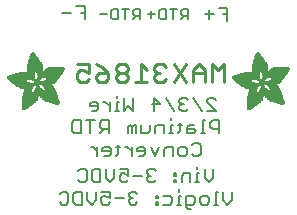
<source format=gbr>
G04 EAGLE Gerber RS-274X export*
G75*
%MOMM*%
%FSLAX34Y34*%
%LPD*%
%INSilkscreen Bottom*%
%IPPOS*%
%AMOC8*
5,1,8,0,0,1.08239X$1,22.5*%
G01*
%ADD10C,0.254000*%
%ADD11C,0.177800*%
%ADD12C,0.152400*%
%ADD13R,0.068600X0.007600*%
%ADD14R,0.114300X0.007600*%
%ADD15R,0.152400X0.007700*%
%ADD16R,0.182900X0.007600*%
%ADD17R,0.205700X0.007600*%
%ADD18R,0.228600X0.007600*%
%ADD19R,0.259100X0.007600*%
%ADD20R,0.274300X0.007700*%
%ADD21R,0.289500X0.007600*%
%ADD22R,0.304800X0.007600*%
%ADD23R,0.320100X0.007600*%
%ADD24R,0.342900X0.007600*%
%ADD25R,0.350500X0.007700*%
%ADD26R,0.365800X0.007600*%
%ADD27R,0.381000X0.007600*%
%ADD28R,0.388600X0.007600*%
%ADD29R,0.403800X0.007600*%
%ADD30R,0.419100X0.007700*%
%ADD31R,0.426700X0.007600*%
%ADD32R,0.441900X0.007600*%
%ADD33R,0.449600X0.007600*%
%ADD34R,0.464800X0.007600*%
%ADD35R,0.480000X0.007700*%
%ADD36R,0.487600X0.007600*%
%ADD37R,0.495300X0.007600*%
%ADD38R,0.510500X0.007600*%
%ADD39R,0.518100X0.007600*%
%ADD40R,0.525700X0.007700*%
%ADD41R,0.541000X0.007600*%
%ADD42R,0.548600X0.007600*%
%ADD43R,0.563800X0.007600*%
%ADD44R,0.571500X0.007600*%
%ADD45R,0.579100X0.007700*%
%ADD46R,0.594300X0.007600*%
%ADD47R,0.601900X0.007600*%
%ADD48R,0.609600X0.007600*%
%ADD49R,0.624800X0.007600*%
%ADD50R,0.632400X0.007700*%
%ADD51R,0.640000X0.007600*%
%ADD52R,0.655300X0.007600*%
%ADD53R,0.662900X0.007600*%
%ADD54R,0.678100X0.007600*%
%ADD55R,0.685800X0.007700*%
%ADD56R,0.693400X0.007600*%
%ADD57R,0.708600X0.007600*%
%ADD58R,0.716200X0.007600*%
%ADD59R,0.723900X0.007600*%
%ADD60R,0.739100X0.007700*%
%ADD61R,0.746700X0.007600*%
%ADD62R,0.754300X0.007600*%
%ADD63R,0.769600X0.007600*%
%ADD64R,0.777200X0.007600*%
%ADD65R,0.792400X0.007700*%
%ADD66R,0.800100X0.007600*%
%ADD67R,0.807700X0.007600*%
%ADD68R,0.822900X0.007600*%
%ADD69R,0.830500X0.007600*%
%ADD70R,0.838200X0.007700*%
%ADD71R,0.091500X0.007600*%
%ADD72R,0.853400X0.007600*%
%ADD73R,0.144700X0.007600*%
%ADD74R,0.861000X0.007600*%
%ADD75R,0.190500X0.007600*%
%ADD76R,0.876300X0.007600*%
%ADD77R,0.221000X0.007600*%
%ADD78R,0.883900X0.007600*%
%ADD79R,0.259000X0.007700*%
%ADD80R,0.891500X0.007700*%
%ADD81R,0.289600X0.007600*%
%ADD82R,0.906700X0.007600*%
%ADD83R,0.914400X0.007600*%
%ADD84R,0.350500X0.007600*%
%ADD85R,0.922000X0.007600*%
%ADD86R,0.937200X0.007600*%
%ADD87R,0.411400X0.007700*%
%ADD88R,0.944800X0.007700*%
%ADD89R,0.434300X0.007600*%
%ADD90R,0.952500X0.007600*%
%ADD91R,0.464900X0.007600*%
%ADD92R,0.967700X0.007600*%
%ADD93R,0.975300X0.007600*%
%ADD94R,0.518200X0.007600*%
%ADD95R,0.990600X0.007600*%
%ADD96R,0.548600X0.007700*%
%ADD97R,0.998200X0.007700*%
%ADD98R,1.005800X0.007600*%
%ADD99R,0.594400X0.007600*%
%ADD100R,1.021000X0.007600*%
%ADD101R,0.617200X0.007600*%
%ADD102R,1.028700X0.007600*%
%ADD103R,0.647700X0.007600*%
%ADD104R,1.036300X0.007600*%
%ADD105R,0.670500X0.007700*%
%ADD106R,1.051500X0.007700*%
%ADD107R,1.059100X0.007600*%
%ADD108R,0.716300X0.007600*%
%ADD109R,1.066800X0.007600*%
%ADD110R,0.739100X0.007600*%
%ADD111R,1.074400X0.007600*%
%ADD112R,0.762000X0.007600*%
%ADD113R,1.089600X0.007600*%
%ADD114R,0.784800X0.007700*%
%ADD115R,1.097200X0.007700*%
%ADD116R,1.104900X0.007600*%
%ADD117R,0.830600X0.007600*%
%ADD118R,1.112500X0.007600*%
%ADD119R,0.845800X0.007600*%
%ADD120R,1.120100X0.007600*%
%ADD121R,0.868700X0.007600*%
%ADD122R,1.127700X0.007600*%
%ADD123R,1.135300X0.007700*%
%ADD124R,1.143000X0.007600*%
%ADD125R,0.944900X0.007600*%
%ADD126R,1.150600X0.007600*%
%ADD127R,0.960100X0.007600*%
%ADD128R,1.158200X0.007600*%
%ADD129R,0.983000X0.007600*%
%ADD130R,1.165800X0.007600*%
%ADD131R,1.005900X0.007700*%
%ADD132R,1.173400X0.007700*%
%ADD133R,1.021100X0.007600*%
%ADD134R,1.181100X0.007600*%
%ADD135R,1.044000X0.007600*%
%ADD136R,1.188700X0.007600*%
%ADD137R,1.196300X0.007600*%
%ADD138R,1.082000X0.007600*%
%ADD139R,1.203900X0.007600*%
%ADD140R,1.104900X0.007700*%
%ADD141R,1.211500X0.007700*%
%ADD142R,1.211500X0.007600*%
%ADD143R,1.219200X0.007600*%
%ADD144R,1.226800X0.007600*%
%ADD145R,1.234400X0.007600*%
%ADD146R,1.188700X0.007700*%
%ADD147R,1.242000X0.007700*%
%ADD148R,1.242000X0.007600*%
%ADD149R,1.211600X0.007600*%
%ADD150R,1.249600X0.007600*%
%ADD151R,1.257300X0.007600*%
%ADD152R,1.264900X0.007600*%
%ADD153R,1.242100X0.007700*%
%ADD154R,1.264900X0.007700*%
%ADD155R,1.272500X0.007600*%
%ADD156R,1.265000X0.007600*%
%ADD157R,1.280100X0.007600*%
%ADD158R,1.272600X0.007600*%
%ADD159R,1.287700X0.007600*%
%ADD160R,1.287800X0.007600*%
%ADD161R,1.295400X0.007700*%
%ADD162R,1.303000X0.007600*%
%ADD163R,1.318200X0.007600*%
%ADD164R,1.310600X0.007600*%
%ADD165R,1.325900X0.007600*%
%ADD166R,1.341100X0.007700*%
%ADD167R,1.318200X0.007700*%
%ADD168R,1.341100X0.007600*%
%ADD169R,1.325800X0.007600*%
%ADD170R,1.348700X0.007600*%
%ADD171R,1.364000X0.007600*%
%ADD172R,1.333500X0.007600*%
%ADD173R,1.371600X0.007700*%
%ADD174R,1.379200X0.007600*%
%ADD175R,1.379300X0.007600*%
%ADD176R,1.386900X0.007600*%
%ADD177R,1.394500X0.007600*%
%ADD178R,1.356300X0.007600*%
%ADD179R,1.394400X0.007700*%
%ADD180R,1.356300X0.007700*%
%ADD181R,1.402000X0.007600*%
%ADD182R,1.409700X0.007600*%
%ADD183R,1.363900X0.007600*%
%ADD184R,1.417300X0.007600*%
%ADD185R,1.371600X0.007600*%
%ADD186R,1.424900X0.007700*%
%ADD187R,1.424900X0.007600*%
%ADD188R,1.432600X0.007600*%
%ADD189R,1.440200X0.007600*%
%ADD190R,1.386800X0.007600*%
%ADD191R,1.447800X0.007700*%
%ADD192R,1.386800X0.007700*%
%ADD193R,1.447800X0.007600*%
%ADD194R,1.455500X0.007600*%
%ADD195R,1.394400X0.007600*%
%ADD196R,1.463100X0.007600*%
%ADD197R,1.455400X0.007700*%
%ADD198R,1.463000X0.007600*%
%ADD199R,1.470600X0.007600*%
%ADD200R,1.470600X0.007700*%
%ADD201R,1.409700X0.007700*%
%ADD202R,1.470700X0.007600*%
%ADD203R,1.402100X0.007600*%
%ADD204R,1.478300X0.007600*%
%ADD205R,1.478300X0.007700*%
%ADD206R,1.402100X0.007700*%
%ADD207R,1.485900X0.007600*%
%ADD208R,1.485900X0.007700*%
%ADD209R,1.493500X0.007700*%
%ADD210R,1.493500X0.007600*%
%ADD211R,1.394500X0.007700*%
%ADD212R,1.493600X0.007700*%
%ADD213R,1.386900X0.007700*%
%ADD214R,1.379200X0.007700*%
%ADD215R,2.857500X0.007700*%
%ADD216R,2.857500X0.007600*%
%ADD217R,2.849900X0.007600*%
%ADD218R,2.842300X0.007600*%
%ADD219R,2.834700X0.007700*%
%ADD220R,2.827000X0.007600*%
%ADD221R,2.819400X0.007600*%
%ADD222R,2.811800X0.007600*%
%ADD223R,2.811800X0.007700*%
%ADD224R,2.804100X0.007600*%
%ADD225R,2.796500X0.007600*%
%ADD226R,1.966000X0.007600*%
%ADD227R,1.943100X0.007600*%
%ADD228R,0.754400X0.007600*%
%ADD229R,1.927900X0.007700*%
%ADD230R,0.746700X0.007700*%
%ADD231R,1.912600X0.007600*%
%ADD232R,0.731500X0.007600*%
%ADD233R,1.905000X0.007600*%
%ADD234R,1.882200X0.007600*%
%ADD235R,1.874600X0.007600*%
%ADD236R,1.866900X0.007700*%
%ADD237R,0.708700X0.007700*%
%ADD238R,1.851600X0.007600*%
%ADD239R,0.701100X0.007600*%
%ADD240R,1.844000X0.007600*%
%ADD241R,1.836400X0.007600*%
%ADD242R,1.821200X0.007600*%
%ADD243R,0.685800X0.007600*%
%ADD244R,1.813500X0.007700*%
%ADD245R,1.805900X0.007600*%
%ADD246R,0.678200X0.007600*%
%ADD247R,1.790700X0.007600*%
%ADD248R,0.670600X0.007600*%
%ADD249R,1.775500X0.007600*%
%ADD250R,1.767900X0.007700*%
%ADD251R,0.663000X0.007700*%
%ADD252R,1.760200X0.007600*%
%ADD253R,1.752600X0.007600*%
%ADD254R,0.937300X0.007600*%
%ADD255R,0.792500X0.007600*%
%ADD256R,0.899100X0.007600*%
%ADD257R,0.883900X0.007700*%
%ADD258R,0.716300X0.007700*%
%ADD259R,0.647700X0.007700*%
%ADD260R,0.640100X0.007600*%
%ADD261R,0.632500X0.007600*%
%ADD262R,0.655400X0.007600*%
%ADD263R,0.632400X0.007600*%
%ADD264R,0.845800X0.007700*%
%ADD265R,0.617200X0.007700*%
%ADD266R,0.624800X0.007700*%
%ADD267R,0.602000X0.007600*%
%ADD268R,0.838200X0.007600*%
%ADD269R,0.586700X0.007600*%
%ADD270R,0.548700X0.007600*%
%ADD271R,0.830500X0.007700*%
%ADD272R,0.541000X0.007700*%
%ADD273R,0.594300X0.007700*%
%ADD274R,0.525800X0.007600*%
%ADD275R,0.586800X0.007600*%
%ADD276R,0.815300X0.007600*%
%ADD277R,0.579200X0.007600*%
%ADD278R,0.815400X0.007600*%
%ADD279R,0.815400X0.007700*%
%ADD280R,0.571500X0.007700*%
%ADD281R,0.807800X0.007600*%
%ADD282R,0.563900X0.007600*%
%ADD283R,0.457200X0.007600*%
%ADD284R,0.442000X0.007600*%
%ADD285R,0.556300X0.007600*%
%ADD286R,0.807700X0.007700*%
%ADD287R,0.411500X0.007600*%
%ADD288R,0.533400X0.007600*%
%ADD289R,0.076200X0.007600*%
%ADD290R,0.403900X0.007600*%
%ADD291R,0.525700X0.007600*%
%ADD292R,0.388700X0.007600*%
%ADD293R,0.297200X0.007600*%
%ADD294R,0.373400X0.007700*%
%ADD295R,0.503000X0.007700*%
%ADD296R,0.426800X0.007700*%
%ADD297R,0.358100X0.007600*%
%ADD298R,0.502900X0.007600*%
%ADD299R,0.472400X0.007600*%
%ADD300R,0.487700X0.007600*%
%ADD301R,0.335300X0.007600*%
%ADD302R,0.792500X0.007700*%
%ADD303R,0.327600X0.007700*%
%ADD304R,0.472400X0.007700*%
%ADD305R,0.640000X0.007700*%
%ADD306R,0.784800X0.007600*%
%ADD307R,0.320000X0.007600*%
%ADD308R,0.792400X0.007600*%
%ADD309R,1.173400X0.007600*%
%ADD310R,1.196400X0.007600*%
%ADD311R,0.784900X0.007600*%
%ADD312R,0.784900X0.007700*%
%ADD313R,0.297200X0.007700*%
%ADD314R,1.249700X0.007600*%
%ADD315R,0.281900X0.007600*%
%ADD316R,1.295400X0.007600*%
%ADD317R,0.266700X0.007600*%
%ADD318R,0.777300X0.007700*%
%ADD319R,0.266700X0.007700*%
%ADD320R,1.333500X0.007700*%
%ADD321R,0.777300X0.007600*%
%ADD322R,1.348800X0.007600*%
%ADD323R,0.251500X0.007600*%
%ADD324R,0.243900X0.007700*%
%ADD325R,0.243900X0.007600*%
%ADD326R,1.440100X0.007600*%
%ADD327R,0.236200X0.007600*%
%ADD328R,0.762000X0.007700*%
%ADD329R,0.236200X0.007700*%
%ADD330R,1.508700X0.007700*%
%ADD331R,1.531600X0.007600*%
%ADD332R,1.546900X0.007600*%
%ADD333R,1.569700X0.007600*%
%ADD334R,1.585000X0.007600*%
%ADD335R,0.746800X0.007700*%
%ADD336R,1.607800X0.007700*%
%ADD337R,0.243800X0.007600*%
%ADD338R,1.630700X0.007600*%
%ADD339R,1.653500X0.007600*%
%ADD340R,0.739200X0.007600*%
%ADD341R,1.684000X0.007600*%
%ADD342R,2.019300X0.007600*%
%ADD343R,0.731500X0.007700*%
%ADD344R,2.026900X0.007700*%
%ADD345R,2.049800X0.007600*%
%ADD346R,2.057400X0.007600*%
%ADD347R,0.708700X0.007600*%
%ADD348R,2.072600X0.007600*%
%ADD349R,0.701000X0.007600*%
%ADD350R,2.095500X0.007600*%
%ADD351R,0.693500X0.007700*%
%ADD352R,2.110800X0.007700*%
%ADD353R,2.141200X0.007600*%
%ADD354R,0.060900X0.007600*%
%ADD355R,2.872700X0.007600*%
%ADD356R,3.124200X0.007600*%
%ADD357R,3.177600X0.007600*%
%ADD358R,3.215600X0.007700*%
%ADD359R,3.253700X0.007600*%
%ADD360R,3.284300X0.007600*%
%ADD361R,3.314700X0.007600*%
%ADD362R,3.352800X0.007600*%
%ADD363R,3.375600X0.007700*%
%ADD364R,3.406200X0.007600*%
%ADD365R,3.429000X0.007600*%
%ADD366R,3.451800X0.007600*%
%ADD367R,3.482400X0.007600*%
%ADD368R,1.828800X0.007700*%
%ADD369R,1.539300X0.007700*%
%ADD370R,1.767900X0.007600*%
%ADD371R,1.767800X0.007600*%
%ADD372R,1.760200X0.007700*%
%ADD373R,1.760300X0.007600*%
%ADD374R,1.775400X0.007700*%
%ADD375R,1.379300X0.007700*%
%ADD376R,1.783000X0.007600*%
%ADD377R,1.813500X0.007600*%
%ADD378R,1.821100X0.007700*%
%ADD379R,0.503000X0.007600*%
%ADD380R,1.135400X0.007600*%
%ADD381R,1.127700X0.007700*%
%ADD382R,0.487700X0.007700*%
%ADD383R,1.120200X0.007600*%
%ADD384R,1.097300X0.007600*%
%ADD385R,0.510600X0.007600*%
%ADD386R,1.074400X0.007700*%
%ADD387R,0.525800X0.007700*%
%ADD388R,1.440200X0.007700*%
%ADD389R,1.059200X0.007600*%
%ADD390R,1.051600X0.007600*%
%ADD391R,1.051500X0.007600*%
%ADD392R,1.043900X0.007700*%
%ADD393R,0.602000X0.007700*%
%ADD394R,1.524000X0.007600*%
%ADD395R,1.539300X0.007600*%
%ADD396R,1.592600X0.007600*%
%ADD397R,1.021100X0.007700*%
%ADD398R,1.615400X0.007700*%
%ADD399R,1.013400X0.007600*%
%ADD400R,1.653600X0.007600*%
%ADD401R,1.013500X0.007600*%
%ADD402R,1.699300X0.007600*%
%ADD403R,2.743200X0.007600*%
%ADD404R,1.005900X0.007600*%
%ADD405R,2.415500X0.007600*%
%ADD406R,1.005800X0.007700*%
%ADD407R,0.281900X0.007700*%
%ADD408R,2.408000X0.007700*%
%ADD409R,2.407900X0.007600*%
%ADD410R,0.998200X0.007600*%
%ADD411R,0.282000X0.007600*%
%ADD412R,0.998300X0.007600*%
%ADD413R,2.400300X0.007600*%
%ADD414R,0.289500X0.007700*%
%ADD415R,2.400300X0.007700*%
%ADD416R,0.297100X0.007600*%
%ADD417R,0.312400X0.007600*%
%ADD418R,2.392700X0.007600*%
%ADD419R,0.990600X0.007700*%
%ADD420R,0.327700X0.007700*%
%ADD421R,2.392700X0.007700*%
%ADD422R,2.385100X0.007600*%
%ADD423R,0.381000X0.007700*%
%ADD424R,2.377400X0.007700*%
%ADD425R,2.377400X0.007600*%
%ADD426R,2.369800X0.007600*%
%ADD427R,0.419100X0.007600*%
%ADD428R,2.362200X0.007600*%
%ADD429R,0.426800X0.007600*%
%ADD430R,1.036300X0.007700*%
%ADD431R,0.442000X0.007700*%
%ADD432R,2.354600X0.007700*%
%ADD433R,2.354600X0.007600*%
%ADD434R,0.480100X0.007600*%
%ADD435R,2.347000X0.007600*%
%ADD436R,1.074500X0.007600*%
%ADD437R,2.339400X0.007600*%
%ADD438R,1.082100X0.007700*%
%ADD439R,0.548700X0.007700*%
%ADD440R,2.331800X0.007700*%
%ADD441R,2.331800X0.007600*%
%ADD442R,0.624900X0.007600*%
%ADD443R,2.324100X0.007600*%
%ADD444R,1.859300X0.007600*%
%ADD445R,2.308800X0.007600*%
%ADD446R,2.301200X0.007700*%
%ADD447R,2.301200X0.007600*%
%ADD448R,2.293600X0.007600*%
%ADD449R,2.278400X0.007600*%
%ADD450R,1.889800X0.007600*%
%ADD451R,2.270700X0.007600*%
%ADD452R,1.897400X0.007700*%
%ADD453R,2.255500X0.007700*%
%ADD454R,1.897400X0.007600*%
%ADD455R,2.247900X0.007600*%
%ADD456R,2.232600X0.007600*%
%ADD457R,1.912700X0.007600*%
%ADD458R,2.209800X0.007600*%
%ADD459R,1.920300X0.007600*%
%ADD460R,2.186900X0.007600*%
%ADD461R,1.920300X0.007700*%
%ADD462R,2.171700X0.007700*%
%ADD463R,1.935500X0.007600*%
%ADD464R,2.148800X0.007600*%
%ADD465R,2.126000X0.007600*%
%ADD466R,1.950700X0.007600*%
%ADD467R,1.958400X0.007700*%
%ADD468R,2.042200X0.007700*%
%ADD469R,1.973600X0.007600*%
%ADD470R,1.996500X0.007600*%
%ADD471R,1.981200X0.007600*%
%ADD472R,1.988800X0.007600*%
%ADD473R,1.996400X0.007700*%
%ADD474R,1.996400X0.007600*%
%ADD475R,2.004100X0.007600*%
%ADD476R,1.874500X0.007600*%
%ADD477R,1.425000X0.007600*%
%ADD478R,2.026900X0.007600*%
%ADD479R,0.434400X0.007700*%
%ADD480R,1.364000X0.007700*%
%ADD481R,2.034500X0.007600*%
%ADD482R,0.434400X0.007600*%
%ADD483R,2.049700X0.007600*%
%ADD484R,2.065000X0.007700*%
%ADD485R,0.464800X0.007700*%
%ADD486R,1.196300X0.007700*%
%ADD487R,2.080300X0.007600*%
%ADD488R,1.158300X0.007600*%
%ADD489R,2.087900X0.007600*%
%ADD490R,0.472500X0.007600*%
%ADD491R,2.103100X0.007600*%
%ADD492R,2.118400X0.007600*%
%ADD493R,2.133600X0.007600*%
%ADD494R,2.148800X0.007700*%
%ADD495R,2.164000X0.007600*%
%ADD496R,2.171700X0.007600*%
%ADD497R,2.187000X0.007600*%
%ADD498R,0.556200X0.007600*%
%ADD499R,2.202200X0.007700*%
%ADD500R,0.556200X0.007700*%
%ADD501R,0.640100X0.007700*%
%ADD502R,0.579100X0.007600*%
%ADD503R,0.480000X0.007600*%
%ADD504R,1.752600X0.007700*%
%ADD505R,0.487600X0.007700*%
%ADD506R,0.594400X0.007700*%
%ADD507R,0.358100X0.007700*%
%ADD508R,0.099000X0.007600*%
%ADD509R,1.280200X0.007600*%
%ADD510R,1.745000X0.007600*%
%ADD511R,1.744900X0.007600*%
%ADD512R,1.737300X0.007700*%
%ADD513R,1.737400X0.007600*%
%ADD514R,1.729800X0.007600*%
%ADD515R,1.722200X0.007600*%
%ADD516R,1.722100X0.007600*%
%ADD517R,1.714500X0.007700*%
%ADD518R,1.356400X0.007700*%
%ADD519R,1.706900X0.007600*%
%ADD520R,1.356400X0.007600*%
%ADD521R,1.691700X0.007600*%
%ADD522R,1.668800X0.007700*%
%ADD523R,1.645900X0.007600*%
%ADD524R,1.623100X0.007600*%
%ADD525R,1.577400X0.007600*%
%ADD526R,1.554400X0.007600*%
%ADD527R,1.539200X0.007600*%
%ADD528R,1.524000X0.007700*%
%ADD529R,1.501100X0.007600*%
%ADD530R,1.455400X0.007600*%
%ADD531R,1.348800X0.007700*%
%ADD532R,1.318300X0.007600*%
%ADD533R,1.310600X0.007700*%
%ADD534R,1.287800X0.007700*%
%ADD535R,1.234500X0.007600*%
%ADD536R,1.226900X0.007600*%
%ADD537R,1.173500X0.007700*%
%ADD538R,1.173500X0.007600*%
%ADD539R,1.165900X0.007600*%
%ADD540R,1.143000X0.007700*%
%ADD541R,1.127800X0.007600*%
%ADD542R,1.097200X0.007600*%
%ADD543R,1.028700X0.007700*%
%ADD544R,0.982900X0.007600*%
%ADD545R,0.952500X0.007700*%
%ADD546R,0.929600X0.007600*%
%ADD547R,0.906800X0.007700*%
%ADD548R,0.906800X0.007600*%
%ADD549R,0.899200X0.007600*%
%ADD550R,0.884000X0.007600*%
%ADD551R,0.876300X0.007700*%
%ADD552R,0.830600X0.007700*%
%ADD553R,0.754400X0.007700*%
%ADD554R,0.746800X0.007600*%
%ADD555R,0.708600X0.007700*%
%ADD556R,0.678200X0.007700*%
%ADD557R,0.663000X0.007600*%
%ADD558R,0.632500X0.007700*%
%ADD559R,0.556300X0.007700*%
%ADD560R,0.518200X0.007700*%
%ADD561R,0.434300X0.007700*%
%ADD562R,0.396300X0.007700*%
%ADD563R,0.373300X0.007600*%
%ADD564R,0.365700X0.007600*%
%ADD565R,0.327700X0.007600*%
%ADD566R,0.304800X0.007700*%
%ADD567R,0.274300X0.007600*%
%ADD568R,0.243800X0.007700*%
%ADD569R,0.205800X0.007600*%
%ADD570R,0.152400X0.007600*%
%ADD571R,0.121900X0.007700*%


D10*
X192486Y207010D02*
X192486Y222263D01*
X187402Y217179D01*
X182318Y222263D01*
X182318Y207010D01*
X176115Y207010D02*
X176115Y217179D01*
X171030Y222263D01*
X165946Y217179D01*
X165946Y207010D01*
X165946Y214637D02*
X176115Y214637D01*
X159743Y222263D02*
X149575Y207010D01*
X159743Y207010D02*
X149575Y222263D01*
X143372Y219721D02*
X140830Y222263D01*
X135745Y222263D01*
X133203Y219721D01*
X133203Y217179D01*
X135745Y214637D01*
X138287Y214637D01*
X135745Y214637D02*
X133203Y212094D01*
X133203Y209552D01*
X135745Y207010D01*
X140830Y207010D01*
X143372Y209552D01*
X127000Y217179D02*
X121916Y222263D01*
X121916Y207010D01*
X127000Y207010D02*
X116831Y207010D01*
X110629Y219721D02*
X108086Y222263D01*
X103002Y222263D01*
X100460Y219721D01*
X100460Y217179D01*
X103002Y214637D01*
X100460Y212094D01*
X100460Y209552D01*
X103002Y207010D01*
X108086Y207010D01*
X110629Y209552D01*
X110629Y212094D01*
X108086Y214637D01*
X110629Y217179D01*
X110629Y219721D01*
X108086Y214637D02*
X103002Y214637D01*
X89173Y219721D02*
X84088Y222263D01*
X89173Y219721D02*
X94257Y214637D01*
X94257Y209552D01*
X91715Y207010D01*
X86630Y207010D01*
X84088Y209552D01*
X84088Y212094D01*
X86630Y214637D01*
X94257Y214637D01*
X77885Y222263D02*
X67717Y222263D01*
X77885Y222263D02*
X77885Y214637D01*
X72801Y217179D01*
X70259Y217179D01*
X67717Y214637D01*
X67717Y209552D01*
X70259Y207010D01*
X75343Y207010D01*
X77885Y209552D01*
D11*
X177677Y182499D02*
X184964Y182499D01*
X177677Y189787D01*
X177677Y191608D01*
X179499Y193430D01*
X183143Y193430D01*
X184964Y191608D01*
X173271Y182499D02*
X165983Y193430D01*
X161577Y191608D02*
X159755Y193430D01*
X156111Y193430D01*
X154289Y191608D01*
X154289Y189787D01*
X156111Y187965D01*
X157933Y187965D01*
X156111Y187965D02*
X154289Y186143D01*
X154289Y184321D01*
X156111Y182499D01*
X159755Y182499D01*
X161577Y184321D01*
X149883Y182499D02*
X142595Y193430D01*
X132723Y193430D02*
X132723Y182499D01*
X138189Y187965D02*
X132723Y193430D01*
X130901Y187965D02*
X138189Y187965D01*
X114801Y193430D02*
X114801Y182499D01*
X111157Y186143D01*
X107513Y182499D01*
X107513Y193430D01*
X103107Y189787D02*
X101285Y189787D01*
X101285Y182499D01*
X103107Y182499D02*
X99463Y182499D01*
X101285Y193430D02*
X101285Y195252D01*
X95311Y189787D02*
X95311Y182499D01*
X95311Y186143D02*
X91667Y189787D01*
X89845Y189787D01*
X83744Y182499D02*
X80100Y182499D01*
X83744Y182499D02*
X85566Y184321D01*
X85566Y187965D01*
X83744Y189787D01*
X80100Y189787D01*
X78278Y187965D01*
X78278Y186143D01*
X85566Y186143D01*
X187888Y174380D02*
X187888Y163449D01*
X187888Y174380D02*
X182422Y174380D01*
X180600Y172558D01*
X180600Y168915D01*
X182422Y167093D01*
X187888Y167093D01*
X176194Y174380D02*
X174372Y174380D01*
X174372Y163449D01*
X176194Y163449D02*
X172550Y163449D01*
X166576Y170737D02*
X162932Y170737D01*
X161111Y168915D01*
X161111Y163449D01*
X166576Y163449D01*
X168398Y165271D01*
X166576Y167093D01*
X161111Y167093D01*
X154882Y165271D02*
X154882Y172558D01*
X154882Y165271D02*
X153060Y163449D01*
X153060Y170737D02*
X156704Y170737D01*
X148908Y170737D02*
X147086Y170737D01*
X147086Y163449D01*
X148908Y163449D02*
X145264Y163449D01*
X147086Y174380D02*
X147086Y176202D01*
X141112Y170737D02*
X141112Y163449D01*
X141112Y170737D02*
X135646Y170737D01*
X133825Y168915D01*
X133825Y163449D01*
X129418Y165271D02*
X129418Y170737D01*
X129418Y165271D02*
X127596Y163449D01*
X122131Y163449D01*
X122131Y170737D01*
X117724Y170737D02*
X117724Y163449D01*
X117724Y170737D02*
X115902Y170737D01*
X114080Y168915D01*
X114080Y163449D01*
X114080Y168915D02*
X112259Y170737D01*
X110437Y168915D01*
X110437Y163449D01*
X94336Y163449D02*
X94336Y174380D01*
X88871Y174380D01*
X87049Y172558D01*
X87049Y168915D01*
X88871Y167093D01*
X94336Y167093D01*
X90693Y167093D02*
X87049Y163449D01*
X78999Y163449D02*
X78999Y174380D01*
X82642Y174380D02*
X75355Y174380D01*
X70948Y174380D02*
X70948Y163449D01*
X65483Y163449D01*
X63661Y165271D01*
X63661Y172558D01*
X65483Y174380D01*
X70948Y174380D01*
X165008Y153508D02*
X166830Y155330D01*
X170474Y155330D01*
X172296Y153508D01*
X172296Y146221D01*
X170474Y144399D01*
X166830Y144399D01*
X165008Y146221D01*
X158780Y144399D02*
X155136Y144399D01*
X153314Y146221D01*
X153314Y149865D01*
X155136Y151687D01*
X158780Y151687D01*
X160602Y149865D01*
X160602Y146221D01*
X158780Y144399D01*
X148908Y144399D02*
X148908Y151687D01*
X143442Y151687D01*
X141621Y149865D01*
X141621Y144399D01*
X133570Y144399D02*
X137214Y151687D01*
X129927Y151687D02*
X133570Y144399D01*
X123698Y144399D02*
X120054Y144399D01*
X123698Y144399D02*
X125520Y146221D01*
X125520Y149865D01*
X123698Y151687D01*
X120054Y151687D01*
X118233Y149865D01*
X118233Y148043D01*
X125520Y148043D01*
X113826Y144399D02*
X113826Y151687D01*
X113826Y148043D02*
X110182Y151687D01*
X108360Y151687D01*
X102259Y153508D02*
X102259Y146221D01*
X100437Y144399D01*
X100437Y151687D02*
X104081Y151687D01*
X94463Y144399D02*
X90820Y144399D01*
X94463Y144399D02*
X96285Y146221D01*
X96285Y149865D01*
X94463Y151687D01*
X90820Y151687D01*
X88998Y149865D01*
X88998Y148043D01*
X96285Y148043D01*
X84591Y144399D02*
X84591Y151687D01*
X84591Y148043D02*
X80947Y151687D01*
X79126Y151687D01*
X183015Y133105D02*
X183015Y125818D01*
X179372Y122174D01*
X175728Y125818D01*
X175728Y133105D01*
X171322Y129462D02*
X169500Y129462D01*
X169500Y122174D01*
X171322Y122174D02*
X167678Y122174D01*
X169500Y133105D02*
X169500Y134927D01*
X163526Y129462D02*
X163526Y122174D01*
X163526Y129462D02*
X158060Y129462D01*
X156238Y127640D01*
X156238Y122174D01*
X151832Y129462D02*
X150010Y129462D01*
X150010Y127640D01*
X151832Y127640D01*
X151832Y129462D01*
X151832Y123996D02*
X150010Y123996D01*
X150010Y122174D01*
X151832Y122174D01*
X151832Y123996D01*
X134291Y131283D02*
X132469Y133105D01*
X128825Y133105D01*
X127003Y131283D01*
X127003Y129462D01*
X128825Y127640D01*
X130647Y127640D01*
X128825Y127640D02*
X127003Y125818D01*
X127003Y123996D01*
X128825Y122174D01*
X132469Y122174D01*
X134291Y123996D01*
X122597Y127640D02*
X115309Y127640D01*
X110903Y133105D02*
X103615Y133105D01*
X110903Y133105D02*
X110903Y127640D01*
X107259Y129462D01*
X105437Y129462D01*
X103615Y127640D01*
X103615Y123996D01*
X105437Y122174D01*
X109081Y122174D01*
X110903Y123996D01*
X99209Y125818D02*
X99209Y133105D01*
X99209Y125818D02*
X95565Y122174D01*
X91921Y125818D01*
X91921Y133105D01*
X87515Y133105D02*
X87515Y122174D01*
X82049Y122174D01*
X80227Y123996D01*
X80227Y131283D01*
X82049Y133105D01*
X87515Y133105D01*
X70355Y133105D02*
X68533Y131283D01*
X70355Y133105D02*
X73999Y133105D01*
X75821Y131283D01*
X75821Y123996D01*
X73999Y122174D01*
X70355Y122174D01*
X68533Y123996D01*
X198607Y114055D02*
X198607Y106768D01*
X194964Y103124D01*
X191320Y106768D01*
X191320Y114055D01*
X186913Y114055D02*
X185092Y114055D01*
X185092Y103124D01*
X186913Y103124D02*
X183270Y103124D01*
X177296Y103124D02*
X173652Y103124D01*
X171830Y104946D01*
X171830Y108590D01*
X173652Y110412D01*
X177296Y110412D01*
X179118Y108590D01*
X179118Y104946D01*
X177296Y103124D01*
X163780Y99480D02*
X161958Y99480D01*
X160136Y101302D01*
X160136Y110412D01*
X165602Y110412D01*
X167424Y108590D01*
X167424Y104946D01*
X165602Y103124D01*
X160136Y103124D01*
X155730Y110412D02*
X153908Y110412D01*
X153908Y103124D01*
X155730Y103124D02*
X152086Y103124D01*
X153908Y114055D02*
X153908Y115877D01*
X146112Y110412D02*
X140646Y110412D01*
X146112Y110412D02*
X147934Y108590D01*
X147934Y104946D01*
X146112Y103124D01*
X140646Y103124D01*
X136240Y110412D02*
X134418Y110412D01*
X134418Y108590D01*
X136240Y108590D01*
X136240Y110412D01*
X136240Y104946D02*
X134418Y104946D01*
X134418Y103124D01*
X136240Y103124D01*
X136240Y104946D01*
X118699Y112233D02*
X116877Y114055D01*
X113233Y114055D01*
X111411Y112233D01*
X111411Y110412D01*
X113233Y108590D01*
X115055Y108590D01*
X113233Y108590D02*
X111411Y106768D01*
X111411Y104946D01*
X113233Y103124D01*
X116877Y103124D01*
X118699Y104946D01*
X107005Y108590D02*
X99717Y108590D01*
X95311Y114055D02*
X88023Y114055D01*
X95311Y114055D02*
X95311Y108590D01*
X91667Y110412D01*
X89845Y110412D01*
X88023Y108590D01*
X88023Y104946D01*
X89845Y103124D01*
X93489Y103124D01*
X95311Y104946D01*
X83617Y106768D02*
X83617Y114055D01*
X83617Y106768D02*
X79973Y103124D01*
X76329Y106768D01*
X76329Y114055D01*
X71923Y114055D02*
X71923Y103124D01*
X66457Y103124D01*
X64635Y104946D01*
X64635Y112233D01*
X66457Y114055D01*
X71923Y114055D01*
X54763Y114055D02*
X52941Y112233D01*
X54763Y114055D02*
X58407Y114055D01*
X60229Y112233D01*
X60229Y104946D01*
X58407Y103124D01*
X54763Y103124D01*
X52941Y104946D01*
X74305Y259969D02*
X74305Y270900D01*
X67017Y270900D01*
X70661Y265435D02*
X74305Y265435D01*
X62611Y265435D02*
X55323Y265435D01*
X194955Y269630D02*
X194955Y258699D01*
X194955Y269630D02*
X187667Y269630D01*
X191311Y264165D02*
X194955Y264165D01*
X183261Y264165D02*
X175973Y264165D01*
X179617Y267808D02*
X179617Y260521D01*
D12*
X161458Y259842D02*
X161458Y268485D01*
X157137Y268485D01*
X155696Y267045D01*
X155696Y264164D01*
X157137Y262723D01*
X161458Y262723D01*
X158577Y262723D02*
X155696Y259842D01*
X149222Y259842D02*
X149222Y268485D01*
X152103Y268485D02*
X146341Y268485D01*
X142748Y268485D02*
X142748Y259842D01*
X138426Y259842D01*
X136986Y261283D01*
X136986Y267045D01*
X138426Y268485D01*
X142748Y268485D01*
X133393Y264164D02*
X127631Y264164D01*
X130512Y267045D02*
X130512Y261283D01*
X120818Y259842D02*
X120818Y268485D01*
X116497Y268485D01*
X115056Y267045D01*
X115056Y264164D01*
X116497Y262723D01*
X120818Y262723D01*
X117937Y262723D02*
X115056Y259842D01*
X108582Y259842D02*
X108582Y268485D01*
X111463Y268485D02*
X105701Y268485D01*
X102108Y268485D02*
X102108Y259842D01*
X97786Y259842D01*
X96346Y261283D01*
X96346Y267045D01*
X97786Y268485D01*
X102108Y268485D01*
X92753Y264164D02*
X86991Y264164D01*
D13*
X23012Y182880D03*
D14*
X23013Y182956D03*
D15*
X23050Y183033D03*
D16*
X23051Y183109D03*
D17*
X23013Y183185D03*
D18*
X23050Y183261D03*
D19*
X23051Y183337D03*
D20*
X23051Y183414D03*
D21*
X23051Y183490D03*
D22*
X23127Y183566D03*
D23*
X23127Y183642D03*
D24*
X23165Y183718D03*
D25*
X23203Y183795D03*
D26*
X23203Y183871D03*
D27*
X23279Y183947D03*
D28*
X23317Y184023D03*
D29*
X23317Y184099D03*
D30*
X23394Y184176D03*
D31*
X23432Y184252D03*
D32*
X23508Y184328D03*
D33*
X23546Y184404D03*
D34*
X23546Y184480D03*
D35*
X23622Y184557D03*
D36*
X23660Y184633D03*
D37*
X23699Y184709D03*
D38*
X23775Y184785D03*
D39*
X23813Y184861D03*
D40*
X23851Y184938D03*
D41*
X23927Y185014D03*
D42*
X23965Y185090D03*
D43*
X24041Y185166D03*
D44*
X24080Y185242D03*
D45*
X24118Y185319D03*
D46*
X24194Y185395D03*
D47*
X24232Y185471D03*
D48*
X24270Y185547D03*
D49*
X24346Y185623D03*
D50*
X24384Y185700D03*
D51*
X24422Y185776D03*
D52*
X24499Y185852D03*
D53*
X24537Y185928D03*
D54*
X24613Y186004D03*
D55*
X24651Y186081D03*
D56*
X24689Y186157D03*
D57*
X24765Y186233D03*
D58*
X24803Y186309D03*
D59*
X24842Y186385D03*
D60*
X24918Y186462D03*
D61*
X24956Y186538D03*
D62*
X24994Y186614D03*
D63*
X25070Y186690D03*
D64*
X25108Y186766D03*
D65*
X25184Y186843D03*
D66*
X25223Y186919D03*
D67*
X25261Y186995D03*
D68*
X25337Y187071D03*
D69*
X25375Y187147D03*
D70*
X25413Y187224D03*
D71*
X50940Y187300D03*
D72*
X25489Y187300D03*
D73*
X50902Y187376D03*
D74*
X25527Y187376D03*
D75*
X50826Y187452D03*
D76*
X25604Y187452D03*
D77*
X50749Y187528D03*
D78*
X25642Y187528D03*
D79*
X50711Y187605D03*
D80*
X25680Y187605D03*
D81*
X50635Y187681D03*
D82*
X25756Y187681D03*
D23*
X50559Y187757D03*
D83*
X25794Y187757D03*
D84*
X50483Y187833D03*
D85*
X25832Y187833D03*
D27*
X50406Y187909D03*
D86*
X25908Y187909D03*
D87*
X50330Y187986D03*
D88*
X25946Y187986D03*
D89*
X50216Y188062D03*
D90*
X25985Y188062D03*
D91*
X50140Y188138D03*
D92*
X26061Y188138D03*
D37*
X50064Y188214D03*
D93*
X26099Y188214D03*
D94*
X49949Y188290D03*
D95*
X26175Y188290D03*
D96*
X49873Y188367D03*
D97*
X26213Y188367D03*
D44*
X49759Y188443D03*
D98*
X26251Y188443D03*
D99*
X49644Y188519D03*
D100*
X26327Y188519D03*
D101*
X49530Y188595D03*
D102*
X26366Y188595D03*
D103*
X49454Y188671D03*
D104*
X26404Y188671D03*
D105*
X49340Y188748D03*
D106*
X26480Y188748D03*
D56*
X49225Y188824D03*
D107*
X26518Y188824D03*
D108*
X49111Y188900D03*
D109*
X26556Y188900D03*
D110*
X48997Y188976D03*
D111*
X26594Y188976D03*
D112*
X48882Y189052D03*
D113*
X26670Y189052D03*
D114*
X48768Y189129D03*
D115*
X26708Y189129D03*
D67*
X48654Y189205D03*
D116*
X26747Y189205D03*
D117*
X48539Y189281D03*
D118*
X26785Y189281D03*
D119*
X48387Y189357D03*
D120*
X26823Y189357D03*
D121*
X48273Y189433D03*
D122*
X26861Y189433D03*
D80*
X48159Y189510D03*
D123*
X26899Y189510D03*
D85*
X48006Y189586D03*
D124*
X26937Y189586D03*
D125*
X47892Y189662D03*
D126*
X26975Y189662D03*
D127*
X47740Y189738D03*
D128*
X27013Y189738D03*
D129*
X47625Y189814D03*
D130*
X27051Y189814D03*
D131*
X47511Y189891D03*
D132*
X27089Y189891D03*
D133*
X47359Y189967D03*
D134*
X27128Y189967D03*
D135*
X47244Y190043D03*
D136*
X27166Y190043D03*
D109*
X47130Y190119D03*
D137*
X27204Y190119D03*
D138*
X46977Y190195D03*
D139*
X27242Y190195D03*
D140*
X46863Y190272D03*
D141*
X27280Y190272D03*
D120*
X46787Y190348D03*
D142*
X27280Y190348D03*
D124*
X46672Y190424D03*
D143*
X27318Y190424D03*
D126*
X46558Y190500D03*
D144*
X27356Y190500D03*
D130*
X46482Y190576D03*
D145*
X27394Y190576D03*
D146*
X46368Y190653D03*
D147*
X27432Y190653D03*
D137*
X46254Y190729D03*
D148*
X27432Y190729D03*
D149*
X46177Y190805D03*
D150*
X27470Y190805D03*
D144*
X46101Y190881D03*
D151*
X27509Y190881D03*
D144*
X46025Y190957D03*
D152*
X27547Y190957D03*
D153*
X45949Y191034D03*
D154*
X27547Y191034D03*
D151*
X45873Y191110D03*
D155*
X27585Y191110D03*
D156*
X45758Y191186D03*
D157*
X27623Y191186D03*
D158*
X45720Y191262D03*
D159*
X27661Y191262D03*
D160*
X45644Y191338D03*
D159*
X27661Y191338D03*
D161*
X45529Y191415D03*
X27699Y191415D03*
D162*
X45491Y191491D03*
X27737Y191491D03*
D163*
X45415Y191567D03*
D162*
X27737Y191567D03*
D163*
X45339Y191643D03*
D164*
X27775Y191643D03*
D165*
X45301Y191719D03*
D164*
X27775Y191719D03*
D166*
X45225Y191796D03*
D167*
X27813Y191796D03*
D168*
X45149Y191872D03*
D169*
X27851Y191872D03*
D170*
X45111Y191948D03*
D169*
X27851Y191948D03*
D171*
X45034Y192024D03*
D172*
X27890Y192024D03*
D171*
X44958Y192100D03*
D172*
X27890Y192100D03*
D173*
X44920Y192177D03*
D166*
X27928Y192177D03*
D174*
X44882Y192253D03*
D168*
X27928Y192253D03*
D175*
X44806Y192329D03*
D170*
X27966Y192329D03*
D176*
X44768Y192405D03*
D170*
X27966Y192405D03*
D177*
X44730Y192481D03*
D178*
X28004Y192481D03*
D179*
X44653Y192558D03*
D180*
X28004Y192558D03*
D181*
X44615Y192634D03*
D178*
X28004Y192634D03*
D182*
X44577Y192710D03*
D183*
X28042Y192710D03*
D182*
X44501Y192786D03*
D183*
X28042Y192786D03*
D184*
X44463Y192862D03*
D185*
X28080Y192862D03*
D186*
X44425Y192939D03*
D173*
X28080Y192939D03*
D187*
X44349Y193015D03*
D185*
X28080Y193015D03*
D188*
X44310Y193091D03*
D174*
X28118Y193091D03*
D189*
X44272Y193167D03*
D174*
X28118Y193167D03*
D189*
X44196Y193243D03*
D190*
X28156Y193243D03*
D191*
X44158Y193320D03*
D192*
X28156Y193320D03*
D193*
X44158Y193396D03*
D190*
X28156Y193396D03*
D193*
X44082Y193472D03*
D190*
X28156Y193472D03*
D194*
X44044Y193548D03*
D195*
X28194Y193548D03*
D196*
X44006Y193624D03*
D195*
X28194Y193624D03*
D197*
X43967Y193701D03*
D179*
X28194Y193701D03*
D198*
X43929Y193777D03*
D181*
X28232Y193777D03*
D199*
X43891Y193853D03*
D181*
X28232Y193853D03*
D198*
X43853Y193929D03*
D181*
X28232Y193929D03*
D199*
X43815Y194005D03*
D181*
X28232Y194005D03*
D200*
X43815Y194082D03*
D201*
X28271Y194082D03*
D202*
X43739Y194158D03*
D203*
X28309Y194158D03*
D204*
X43701Y194234D03*
D203*
X28309Y194234D03*
D204*
X43701Y194310D03*
D203*
X28309Y194310D03*
D204*
X43625Y194386D03*
D203*
X28309Y194386D03*
D205*
X43625Y194463D03*
D206*
X28309Y194463D03*
D207*
X43587Y194539D03*
D182*
X28347Y194539D03*
D204*
X43549Y194615D03*
D182*
X28347Y194615D03*
D207*
X43511Y194691D03*
D182*
X28347Y194691D03*
D207*
X43511Y194767D03*
D182*
X28347Y194767D03*
D208*
X43434Y194844D03*
D201*
X28347Y194844D03*
D207*
X43434Y194920D03*
D182*
X28347Y194920D03*
D207*
X43434Y194996D03*
D182*
X28347Y194996D03*
D207*
X43358Y195072D03*
D203*
X28385Y195072D03*
D207*
X43358Y195148D03*
D203*
X28385Y195148D03*
D209*
X43320Y195225D03*
D206*
X28385Y195225D03*
D207*
X43282Y195301D03*
D203*
X28385Y195301D03*
D207*
X43282Y195377D03*
D203*
X28385Y195377D03*
D210*
X43244Y195453D03*
D203*
X28385Y195453D03*
D207*
X43206Y195529D03*
D203*
X28385Y195529D03*
D208*
X43206Y195606D03*
D211*
X28423Y195606D03*
D210*
X43168Y195682D03*
D177*
X28423Y195682D03*
D207*
X43130Y195758D03*
D177*
X28423Y195758D03*
D207*
X43130Y195834D03*
D177*
X28423Y195834D03*
D207*
X43130Y195910D03*
D177*
X28423Y195910D03*
D212*
X43091Y195987D03*
D213*
X28461Y195987D03*
D207*
X43053Y196063D03*
D176*
X28461Y196063D03*
D207*
X43053Y196139D03*
D176*
X28461Y196139D03*
D210*
X43015Y196215D03*
D176*
X28461Y196215D03*
D207*
X42977Y196291D03*
D174*
X28499Y196291D03*
D208*
X42977Y196368D03*
D214*
X28499Y196368D03*
D210*
X42939Y196444D03*
D174*
X28499Y196444D03*
D207*
X42901Y196520D03*
D174*
X28499Y196520D03*
D207*
X42901Y196596D03*
D185*
X28537Y196596D03*
D207*
X42901Y196672D03*
D185*
X28537Y196672D03*
D215*
X35967Y196749D03*
D216*
X35967Y196825D03*
D217*
X36005Y196901D03*
D218*
X35967Y196977D03*
X35967Y197053D03*
D219*
X36005Y197130D03*
D220*
X35966Y197206D03*
X35966Y197282D03*
D221*
X36004Y197358D03*
D222*
X35966Y197434D03*
D223*
X35966Y197511D03*
D224*
X36005Y197587D03*
D225*
X35967Y197663D03*
D226*
X40119Y197739D03*
D63*
X25908Y197739D03*
D227*
X40234Y197815D03*
D228*
X25832Y197815D03*
D229*
X40234Y197892D03*
D230*
X25794Y197892D03*
D231*
X40310Y197968D03*
D232*
X25794Y197968D03*
D233*
X40348Y198044D03*
D232*
X25794Y198044D03*
D234*
X40386Y198120D03*
D108*
X25794Y198120D03*
D235*
X40424Y198196D03*
D108*
X25794Y198196D03*
D236*
X40463Y198273D03*
D237*
X25832Y198273D03*
D238*
X40462Y198349D03*
D239*
X25794Y198349D03*
D240*
X40500Y198425D03*
D56*
X25832Y198425D03*
D241*
X40538Y198501D03*
D56*
X25832Y198501D03*
D242*
X40538Y198577D03*
D243*
X25870Y198577D03*
D244*
X40577Y198654D03*
D55*
X25870Y198654D03*
D245*
X40615Y198730D03*
D246*
X25908Y198730D03*
D247*
X40615Y198806D03*
D246*
X25908Y198806D03*
D247*
X40615Y198882D03*
D248*
X25946Y198882D03*
D249*
X40615Y198958D03*
D248*
X25946Y198958D03*
D250*
X40653Y199035D03*
D251*
X25984Y199035D03*
D252*
X40691Y199111D03*
D52*
X26023Y199111D03*
D253*
X40653Y199187D03*
D52*
X26023Y199187D03*
D254*
X44730Y199263D03*
D255*
X35929Y199263D03*
D103*
X26061Y199263D03*
D256*
X44844Y199339D03*
D110*
X35738Y199339D03*
D103*
X26137Y199339D03*
D257*
X44920Y199416D03*
D258*
X35624Y199416D03*
D259*
X26137Y199416D03*
D121*
X44920Y199492D03*
D56*
X35585Y199492D03*
D260*
X26175Y199492D03*
D121*
X44920Y199568D03*
D248*
X35547Y199568D03*
D261*
X26213Y199568D03*
D72*
X44920Y199644D03*
D262*
X35471Y199644D03*
D49*
X26251Y199644D03*
D72*
X44920Y199720D03*
D263*
X35433Y199720D03*
D49*
X26251Y199720D03*
D264*
X44882Y199797D03*
D265*
X35357Y199797D03*
D266*
X26327Y199797D03*
D119*
X44882Y199873D03*
D267*
X35357Y199873D03*
D101*
X26365Y199873D03*
D268*
X44844Y199949D03*
D269*
X35281Y199949D03*
D48*
X26403Y199949D03*
D268*
X44844Y200025D03*
D44*
X35281Y200025D03*
D267*
X26441Y200025D03*
D69*
X44806Y200101D03*
D270*
X35243Y200101D03*
D47*
X26518Y200101D03*
D271*
X44806Y200178D03*
D272*
X35204Y200178D03*
D273*
X26556Y200178D03*
D68*
X44768Y200254D03*
D274*
X35204Y200254D03*
D269*
X26594Y200254D03*
D68*
X44768Y200330D03*
D94*
X35166Y200330D03*
D275*
X26670Y200330D03*
D276*
X44730Y200406D03*
D37*
X35129Y200406D03*
D277*
X26708Y200406D03*
D278*
X44653Y200482D03*
D36*
X35090Y200482D03*
D44*
X26747Y200482D03*
D279*
X44653Y200559D03*
D35*
X35052Y200559D03*
D280*
X26823Y200559D03*
D281*
X44615Y200635D03*
D34*
X35052Y200635D03*
D282*
X26861Y200635D03*
D278*
X44577Y200711D03*
D283*
X35014Y200711D03*
D282*
X26937Y200711D03*
D67*
X44539Y200787D03*
D284*
X35014Y200787D03*
D285*
X26975Y200787D03*
D66*
X44501Y200863D03*
D89*
X34976Y200863D03*
D41*
X27051Y200863D03*
D286*
X44463Y200940D03*
D30*
X34976Y200940D03*
D272*
X27127Y200940D03*
D66*
X44425Y201016D03*
D287*
X34938Y201016D03*
D288*
X27165Y201016D03*
D289*
X22212Y201016D03*
D66*
X44349Y201092D03*
D290*
X34900Y201092D03*
D291*
X27280Y201092D03*
D77*
X22174Y201092D03*
D66*
X44349Y201168D03*
D292*
X34900Y201168D03*
D39*
X27318Y201168D03*
D293*
X22174Y201168D03*
D66*
X44273Y201244D03*
D27*
X34861Y201244D03*
D94*
X27394Y201244D03*
D26*
X22136Y201244D03*
D65*
X44234Y201321D03*
D294*
X34823Y201321D03*
D295*
X27470Y201321D03*
D296*
X22136Y201321D03*
D255*
X44158Y201397D03*
D297*
X34824Y201397D03*
D298*
X27547Y201397D03*
D299*
X22136Y201397D03*
D66*
X44120Y201473D03*
D297*
X34824Y201473D03*
D300*
X27623Y201473D03*
D94*
X22136Y201473D03*
D255*
X44082Y201549D03*
D84*
X34786Y201549D03*
D300*
X27699Y201549D03*
D43*
X22136Y201549D03*
D255*
X44006Y201625D03*
D301*
X34786Y201625D03*
D299*
X27775Y201625D03*
D267*
X22098Y201625D03*
D302*
X43930Y201702D03*
D303*
X34747Y201702D03*
D304*
X27851Y201702D03*
D305*
X22136Y201702D03*
D306*
X43891Y201778D03*
D307*
X34709Y201778D03*
D283*
X27927Y201778D03*
D243*
X22136Y201778D03*
D308*
X43853Y201854D03*
D307*
X34709Y201854D03*
D309*
X24422Y201854D03*
D255*
X43777Y201930D03*
D22*
X34709Y201930D03*
D310*
X24384Y201930D03*
D311*
X43739Y202006D03*
D293*
X34671Y202006D03*
D149*
X24308Y202006D03*
D312*
X43663Y202083D03*
D313*
X34671Y202083D03*
D153*
X24232Y202083D03*
D311*
X43587Y202159D03*
D81*
X34633Y202159D03*
D314*
X24194Y202159D03*
D306*
X43510Y202235D03*
D315*
X34595Y202235D03*
D155*
X24156Y202235D03*
D306*
X43434Y202311D03*
D315*
X34595Y202311D03*
D316*
X24117Y202311D03*
D64*
X43396Y202387D03*
D317*
X34595Y202387D03*
D164*
X24041Y202387D03*
D318*
X43320Y202464D03*
D319*
X34595Y202464D03*
D320*
X24003Y202464D03*
D321*
X43244Y202540D03*
D19*
X34557Y202540D03*
D322*
X24003Y202540D03*
D64*
X43167Y202616D03*
D19*
X34557Y202616D03*
D185*
X23965Y202616D03*
D64*
X43091Y202692D03*
D323*
X34519Y202692D03*
D176*
X23889Y202692D03*
D64*
X43015Y202768D03*
D323*
X34519Y202768D03*
D203*
X23889Y202768D03*
D318*
X42939Y202845D03*
D324*
X34481Y202845D03*
D186*
X23851Y202845D03*
D63*
X42824Y202921D03*
D325*
X34481Y202921D03*
D326*
X23851Y202921D03*
D63*
X42748Y202997D03*
D327*
X34442Y202997D03*
D194*
X23851Y202997D03*
D63*
X42672Y203073D03*
D327*
X34442Y203073D03*
D204*
X23813Y203073D03*
D63*
X42596Y203149D03*
D18*
X34404Y203149D03*
D210*
X23813Y203149D03*
D328*
X42481Y203226D03*
D329*
X34366Y203226D03*
D330*
X23813Y203226D03*
D112*
X42405Y203302D03*
D327*
X34366Y203302D03*
D331*
X23774Y203302D03*
D112*
X42253Y203378D03*
D327*
X34366Y203378D03*
D332*
X23775Y203378D03*
D112*
X42177Y203454D03*
D18*
X34328Y203454D03*
D333*
X23737Y203454D03*
D228*
X42062Y203530D03*
D327*
X34290Y203530D03*
D334*
X23736Y203530D03*
D335*
X41948Y203607D03*
D329*
X34290Y203607D03*
D336*
X23774Y203607D03*
D61*
X41796Y203683D03*
D337*
X34252Y203683D03*
D338*
X23737Y203683D03*
D61*
X41720Y203759D03*
D323*
X34214Y203759D03*
D339*
X23775Y203759D03*
D340*
X41529Y203835D03*
D317*
X34138Y203835D03*
D341*
X23774Y203835D03*
D232*
X41415Y203911D03*
D342*
X25375Y203911D03*
D343*
X41263Y203988D03*
D344*
X25337Y203988D03*
D59*
X41072Y204064D03*
D345*
X25298Y204064D03*
D108*
X40882Y204140D03*
D346*
X25260Y204140D03*
D347*
X40691Y204216D03*
D348*
X25260Y204216D03*
D349*
X40500Y204292D03*
D350*
X25223Y204292D03*
D351*
X40234Y204369D03*
D352*
X25222Y204369D03*
D56*
X40005Y204445D03*
D353*
X25222Y204445D03*
D354*
X44463Y204521D03*
D355*
X28804Y204521D03*
D356*
X29985Y204597D03*
D357*
X30099Y204673D03*
D358*
X30213Y204750D03*
D359*
X30252Y204826D03*
D360*
X30328Y204902D03*
D361*
X30404Y204978D03*
D362*
X30442Y205054D03*
D363*
X30480Y205131D03*
D364*
X30480Y205207D03*
D365*
X30518Y205283D03*
D366*
X30556Y205359D03*
D367*
X30556Y205435D03*
D368*
X38976Y205512D03*
D369*
X20765Y205512D03*
D247*
X39320Y205588D03*
D207*
X20422Y205588D03*
D370*
X39510Y205664D03*
D198*
X20155Y205664D03*
D371*
X39662Y205740D03*
D189*
X19964Y205740D03*
D370*
X39815Y205816D03*
D187*
X19736Y205816D03*
D372*
X39929Y205893D03*
D201*
X19584Y205893D03*
D252*
X40081Y205969D03*
D195*
X19431Y205969D03*
D252*
X40157Y206045D03*
D177*
X19279Y206045D03*
D373*
X40234Y206121D03*
D190*
X19164Y206121D03*
D249*
X40310Y206197D03*
D174*
X18974Y206197D03*
D374*
X40386Y206274D03*
D375*
X18898Y206274D03*
D376*
X40424Y206350D03*
D185*
X18783Y206350D03*
D247*
X40463Y206426D03*
D185*
X18631Y206426D03*
D245*
X40539Y206502D03*
D185*
X18555Y206502D03*
D377*
X40577Y206578D03*
D171*
X18440Y206578D03*
D378*
X40615Y206655D03*
D173*
X18326Y206655D03*
D143*
X43701Y206731D03*
D291*
X34138Y206731D03*
D185*
X18250Y206731D03*
D134*
X43968Y206807D03*
D379*
X33947Y206807D03*
D175*
X18136Y206807D03*
D128*
X44158Y206883D03*
D300*
X33871Y206883D03*
D174*
X18059Y206883D03*
D380*
X44348Y206959D03*
D300*
X33795Y206959D03*
D190*
X18021Y206959D03*
D381*
X44463Y207036D03*
D382*
X33719Y207036D03*
D179*
X17907Y207036D03*
D383*
X44653Y207112D03*
D37*
X33681Y207112D03*
D177*
X17831Y207112D03*
D118*
X44768Y207188D03*
D37*
X33605Y207188D03*
D182*
X17755Y207188D03*
D384*
X44920Y207264D03*
D379*
X33566Y207264D03*
D184*
X17717Y207264D03*
D138*
X44996Y207340D03*
D385*
X33528Y207340D03*
D187*
X17679Y207340D03*
D386*
X45110Y207417D03*
D387*
X33452Y207417D03*
D388*
X17602Y207417D03*
D109*
X45225Y207493D03*
D288*
X33414Y207493D03*
D193*
X17564Y207493D03*
D389*
X45339Y207569D03*
D270*
X33338Y207569D03*
D198*
X17488Y207569D03*
D390*
X45453Y207645D03*
D282*
X33262Y207645D03*
D202*
X17450Y207645D03*
D391*
X45530Y207721D03*
D277*
X33185Y207721D03*
D207*
X17450Y207721D03*
D392*
X45644Y207798D03*
D393*
X33147Y207798D03*
D330*
X17412Y207798D03*
D135*
X45720Y207874D03*
D101*
X33071Y207874D03*
D394*
X17412Y207874D03*
D104*
X45835Y207950D03*
D103*
X32995Y207950D03*
D395*
X17412Y207950D03*
D104*
X45911Y208026D03*
D248*
X32880Y208026D03*
D333*
X17412Y208026D03*
D133*
X45987Y208102D03*
D349*
X32804Y208102D03*
D396*
X17450Y208102D03*
D397*
X46063Y208179D03*
D60*
X32690Y208179D03*
D398*
X17488Y208179D03*
D399*
X46177Y208255D03*
D64*
X32499Y208255D03*
D400*
X17526Y208255D03*
D401*
X46254Y208331D03*
D117*
X32309Y208331D03*
D402*
X17679Y208331D03*
D401*
X46330Y208407D03*
D403*
X22822Y208407D03*
D404*
X46368Y208483D03*
D81*
X35166Y208483D03*
D405*
X21108Y208483D03*
D406*
X46444Y208560D03*
D407*
X35281Y208560D03*
D408*
X20993Y208560D03*
D98*
X46520Y208636D03*
D315*
X35357Y208636D03*
D409*
X20917Y208636D03*
D410*
X46558Y208712D03*
D411*
X35433Y208712D03*
D409*
X20841Y208712D03*
D410*
X46634Y208788D03*
D81*
X35471Y208788D03*
D409*
X20765Y208788D03*
D412*
X46711Y208864D03*
D81*
X35547Y208864D03*
D413*
X20727Y208864D03*
D97*
X46787Y208941D03*
D414*
X35624Y208941D03*
D415*
X20651Y208941D03*
D95*
X46825Y209017D03*
D416*
X35662Y209017D03*
D413*
X20574Y209017D03*
D95*
X46901Y209093D03*
D22*
X35776Y209093D03*
D413*
X20574Y209093D03*
D410*
X46939Y209169D03*
D417*
X35814Y209169D03*
D418*
X20536Y209169D03*
D410*
X47015Y209245D03*
D307*
X35852Y209245D03*
D418*
X20460Y209245D03*
D419*
X47053Y209322D03*
D420*
X35967Y209322D03*
D421*
X20460Y209322D03*
D412*
X47092Y209398D03*
D301*
X36005Y209398D03*
D422*
X20422Y209398D03*
D410*
X47168Y209474D03*
D84*
X36081Y209474D03*
D422*
X20422Y209474D03*
D98*
X47206Y209550D03*
D297*
X36119Y209550D03*
D422*
X20346Y209550D03*
D410*
X47244Y209626D03*
D26*
X36233Y209626D03*
D422*
X20346Y209626D03*
D406*
X47282Y209703D03*
D423*
X36309Y209703D03*
D424*
X20307Y209703D03*
D399*
X47320Y209779D03*
D28*
X36347Y209779D03*
D425*
X20307Y209779D03*
D399*
X47320Y209855D03*
D290*
X36424Y209855D03*
D426*
X20269Y209855D03*
D133*
X47359Y209931D03*
D427*
X36500Y209931D03*
D428*
X20307Y209931D03*
D102*
X47397Y210007D03*
D429*
X36614Y210007D03*
D428*
X20307Y210007D03*
D430*
X47435Y210084D03*
D431*
X36690Y210084D03*
D432*
X20269Y210084D03*
D104*
X47435Y210160D03*
D91*
X36805Y210160D03*
D433*
X20269Y210160D03*
D391*
X47435Y210236D03*
D434*
X36881Y210236D03*
D435*
X20231Y210236D03*
D107*
X47473Y210312D03*
D379*
X36995Y210312D03*
D435*
X20231Y210312D03*
D436*
X47473Y210388D03*
D274*
X37109Y210388D03*
D437*
X20269Y210388D03*
D438*
X47435Y210465D03*
D439*
X37224Y210465D03*
D440*
X20231Y210465D03*
D116*
X47397Y210541D03*
D277*
X37376Y210541D03*
D441*
X20231Y210541D03*
D124*
X47282Y210617D03*
D442*
X37605Y210617D03*
D443*
X20270Y210617D03*
D444*
X43777Y210693D03*
D443*
X20270Y210693D03*
D444*
X43777Y210769D03*
D445*
X20269Y210769D03*
D236*
X43815Y210846D03*
D446*
X20307Y210846D03*
D235*
X43853Y210922D03*
D447*
X20307Y210922D03*
D235*
X43853Y210998D03*
D448*
X20345Y210998D03*
D234*
X43891Y211074D03*
D449*
X20345Y211074D03*
D450*
X43929Y211150D03*
D451*
X20384Y211150D03*
D452*
X43967Y211227D03*
D453*
X20460Y211227D03*
D454*
X43967Y211303D03*
D455*
X20498Y211303D03*
D233*
X44005Y211379D03*
D456*
X20574Y211379D03*
D457*
X44044Y211455D03*
D458*
X20612Y211455D03*
D459*
X44082Y211531D03*
D460*
X20727Y211531D03*
D461*
X44082Y211608D03*
D462*
X20803Y211608D03*
D463*
X44082Y211684D03*
D464*
X20917Y211684D03*
D227*
X44120Y211760D03*
D465*
X21031Y211760D03*
D466*
X44158Y211836D03*
D350*
X21184Y211836D03*
D466*
X44158Y211912D03*
D348*
X21298Y211912D03*
D467*
X44196Y211989D03*
D468*
X21374Y211989D03*
D226*
X44234Y212065D03*
D342*
X21489Y212065D03*
D469*
X44272Y212141D03*
D470*
X21603Y212141D03*
D471*
X44234Y212217D03*
D469*
X21717Y212217D03*
D472*
X44272Y212293D03*
D466*
X21832Y212293D03*
D473*
X44310Y212370D03*
D229*
X21946Y212370D03*
D474*
X44310Y212446D03*
D454*
X22098Y212446D03*
D475*
X44349Y212522D03*
D476*
X22213Y212522D03*
D342*
X44349Y212598D03*
D427*
X29490Y212598D03*
D477*
X20193Y212598D03*
D478*
X44387Y212674D03*
D31*
X29452Y212674D03*
D195*
X20269Y212674D03*
D344*
X44387Y212751D03*
D479*
X29413Y212751D03*
D480*
X20345Y212751D03*
D481*
X44425Y212827D03*
D482*
X29413Y212827D03*
D172*
X20422Y212827D03*
D483*
X44425Y212903D03*
D284*
X29375Y212903D03*
D316*
X20460Y212903D03*
D346*
X44463Y212979D03*
D33*
X29337Y212979D03*
D151*
X20574Y212979D03*
D346*
X44463Y213055D03*
D283*
X29299Y213055D03*
D144*
X20650Y213055D03*
D484*
X44501Y213132D03*
D485*
X29261Y213132D03*
D486*
X20727Y213132D03*
D487*
X44501Y213208D03*
D34*
X29261Y213208D03*
D488*
X20765Y213208D03*
D489*
X44539Y213284D03*
D490*
X29223Y213284D03*
D122*
X20841Y213284D03*
D489*
X44539Y213360D03*
D434*
X29185Y213360D03*
D384*
X20917Y213360D03*
D491*
X44539Y213436D03*
D300*
X29147Y213436D03*
D389*
X20955Y213436D03*
D352*
X44577Y213513D03*
D382*
X29147Y213513D03*
D397*
X21070Y213513D03*
D492*
X44539Y213589D03*
D37*
X29109Y213589D03*
D129*
X21107Y213589D03*
D465*
X44577Y213665D03*
D38*
X29109Y213665D03*
D90*
X21184Y213665D03*
D493*
X44615Y213741D03*
D94*
X29070Y213741D03*
D83*
X21222Y213741D03*
D464*
X44615Y213817D03*
D94*
X29070Y213817D03*
D78*
X21298Y213817D03*
D494*
X44615Y213894D03*
D387*
X29032Y213894D03*
D264*
X21336Y213894D03*
D495*
X44615Y213970D03*
D288*
X28994Y213970D03*
D281*
X21374Y213970D03*
D496*
X44654Y214046D03*
D288*
X28994Y214046D03*
D63*
X21412Y214046D03*
D497*
X44653Y214122D03*
D42*
X28994Y214122D03*
D59*
X21489Y214122D03*
D497*
X44653Y214198D03*
D498*
X28956Y214198D03*
D243*
X21526Y214198D03*
D499*
X44653Y214275D03*
D500*
X28956Y214275D03*
D501*
X21527Y214275D03*
D253*
X46977Y214351D03*
D33*
X35890Y214351D03*
D44*
X28956Y214351D03*
D47*
X21565Y214351D03*
D253*
X47053Y214427D03*
D34*
X35890Y214427D03*
D44*
X28956Y214427D03*
D285*
X21565Y214427D03*
D253*
X47053Y214503D03*
D299*
X35852Y214503D03*
D502*
X28918Y214503D03*
D37*
X21565Y214503D03*
D253*
X47130Y214579D03*
D503*
X35890Y214579D03*
D275*
X28956Y214579D03*
D89*
X21641Y214579D03*
D504*
X47206Y214656D03*
D505*
X35852Y214656D03*
D506*
X28918Y214656D03*
D507*
X21641Y214656D03*
D253*
X47206Y214732D03*
D37*
X35814Y214732D03*
D267*
X28956Y214732D03*
D19*
X21679Y214732D03*
D253*
X47282Y214808D03*
D385*
X35814Y214808D03*
D48*
X28918Y214808D03*
D508*
X21717Y214808D03*
D253*
X47358Y214884D03*
D94*
X35776Y214884D03*
D101*
X28956Y214884D03*
D252*
X47396Y214960D03*
D274*
X35738Y214960D03*
D263*
X28956Y214960D03*
D504*
X47434Y215037D03*
D272*
X35738Y215037D03*
D305*
X28994Y215037D03*
D253*
X47511Y215113D03*
D285*
X35662Y215113D03*
D262*
X28994Y215113D03*
D252*
X47549Y215189D03*
D509*
X32118Y215189D03*
D252*
X47625Y215265D03*
D509*
X32118Y215265D03*
D253*
X47663Y215341D03*
D160*
X32080Y215341D03*
D504*
X47739Y215418D03*
D161*
X32118Y215418D03*
D252*
X47777Y215494D03*
D162*
X32080Y215494D03*
D253*
X47815Y215570D03*
D162*
X32080Y215570D03*
D253*
X47892Y215646D03*
D164*
X32118Y215646D03*
D253*
X47968Y215722D03*
D163*
X32080Y215722D03*
D504*
X47968Y215799D03*
D167*
X32080Y215799D03*
D253*
X48044Y215875D03*
D163*
X32080Y215875D03*
D253*
X48120Y215951D03*
D165*
X32119Y215951D03*
D510*
X48158Y216027D03*
D172*
X32081Y216027D03*
D511*
X48235Y216103D03*
D172*
X32081Y216103D03*
D512*
X48273Y216180D03*
D166*
X32119Y216180D03*
D513*
X48349Y216256D03*
D168*
X32119Y216256D03*
D514*
X48387Y216332D03*
D322*
X32080Y216332D03*
D515*
X48425Y216408D03*
D322*
X32080Y216408D03*
D516*
X48502Y216484D03*
D322*
X32080Y216484D03*
D517*
X48540Y216561D03*
D518*
X32118Y216561D03*
D519*
X48578Y216637D03*
D520*
X32118Y216637D03*
D521*
X48654Y216713D03*
D171*
X32080Y216713D03*
D341*
X48692Y216789D03*
D171*
X32080Y216789D03*
D341*
X48768Y216865D03*
D171*
X32080Y216865D03*
D522*
X48768Y216942D03*
D480*
X32080Y216942D03*
D400*
X48844Y217018D03*
D171*
X32080Y217018D03*
D523*
X48883Y217094D03*
D185*
X32118Y217094D03*
D338*
X48959Y217170D03*
D174*
X32080Y217170D03*
D524*
X48997Y217246D03*
D174*
X32080Y217246D03*
D336*
X49073Y217323D03*
D214*
X32080Y217323D03*
D334*
X49111Y217399D03*
D174*
X32080Y217399D03*
D525*
X49149Y217475D03*
D174*
X32080Y217475D03*
D526*
X49187Y217551D03*
D174*
X32080Y217551D03*
D527*
X49263Y217627D03*
D174*
X32080Y217627D03*
D528*
X49339Y217704D03*
D214*
X32080Y217704D03*
D529*
X49378Y217780D03*
D174*
X32080Y217780D03*
D202*
X49454Y217856D03*
D174*
X32080Y217856D03*
D530*
X49530Y217932D03*
D174*
X32080Y217932D03*
D477*
X49606Y218008D03*
D174*
X32080Y218008D03*
D211*
X49683Y218085D03*
D214*
X32080Y218085D03*
D185*
X49797Y218161D03*
D174*
X32080Y218161D03*
D168*
X49873Y218237D03*
D174*
X32080Y218237D03*
D316*
X49949Y218313D03*
D174*
X32080Y218313D03*
D151*
X50064Y218389D03*
D174*
X32080Y218389D03*
D141*
X50140Y218466D03*
D214*
X32080Y218466D03*
D126*
X50292Y218542D03*
D185*
X32042Y218542D03*
D111*
X50444Y218618D03*
D185*
X32042Y218618D03*
D267*
X52197Y218694D03*
D185*
X32042Y218694D03*
X32042Y218770D03*
D173*
X32042Y218847D03*
D185*
X32042Y218923D03*
X32042Y218999D03*
D171*
X32004Y219075D03*
X32004Y219151D03*
D480*
X32004Y219228D03*
D171*
X32004Y219304D03*
D520*
X32042Y219380D03*
D322*
X32004Y219456D03*
X32004Y219532D03*
D531*
X32004Y219609D03*
D322*
X32004Y219685D03*
D168*
X31966Y219761D03*
X31966Y219837D03*
X31966Y219913D03*
D320*
X32004Y219990D03*
D165*
X31966Y220066D03*
X31966Y220142D03*
X31966Y220218D03*
D532*
X31928Y220294D03*
D533*
X31966Y220371D03*
D164*
X31966Y220447D03*
D162*
X31928Y220523D03*
X31928Y220599D03*
X31928Y220675D03*
D534*
X31928Y220752D03*
D160*
X31928Y220828D03*
X31928Y220904D03*
D157*
X31890Y220980D03*
D155*
X31928Y221056D03*
D154*
X31890Y221133D03*
D152*
X31890Y221209D03*
X31890Y221285D03*
D314*
X31890Y221361D03*
X31890Y221437D03*
D153*
X31852Y221514D03*
D535*
X31890Y221590D03*
D536*
X31852Y221666D03*
X31852Y221742D03*
D142*
X31852Y221818D03*
D141*
X31852Y221895D03*
D139*
X31814Y221971D03*
D137*
X31852Y222047D03*
D136*
X31814Y222123D03*
X31814Y222199D03*
D537*
X31814Y222276D03*
D538*
X31814Y222352D03*
D539*
X31776Y222428D03*
X31776Y222504D03*
D126*
X31775Y222580D03*
D540*
X31737Y222657D03*
D124*
X31737Y222733D03*
D541*
X31737Y222809D03*
X31737Y222885D03*
D383*
X31699Y222961D03*
D140*
X31700Y223038D03*
D116*
X31700Y223114D03*
D542*
X31661Y223190D03*
D138*
X31661Y223266D03*
X31661Y223342D03*
D386*
X31623Y223419D03*
D389*
X31623Y223495D03*
D390*
X31585Y223571D03*
X31585Y223647D03*
D104*
X31585Y223723D03*
D543*
X31547Y223800D03*
D133*
X31509Y223876D03*
D401*
X31547Y223952D03*
D404*
X31509Y224028D03*
D412*
X31471Y224104D03*
D419*
X31509Y224181D03*
D544*
X31471Y224257D03*
D93*
X31433Y224333D03*
D127*
X31433Y224409D03*
X31433Y224485D03*
D545*
X31395Y224562D03*
D125*
X31357Y224638D03*
D254*
X31395Y224714D03*
D546*
X31356Y224790D03*
D85*
X31318Y224866D03*
D547*
X31318Y224943D03*
D548*
X31318Y225019D03*
D549*
X31280Y225095D03*
D550*
X31280Y225171D03*
X31280Y225247D03*
D551*
X31242Y225324D03*
D74*
X31242Y225400D03*
D72*
X31204Y225476D03*
X31204Y225552D03*
D268*
X31204Y225628D03*
D552*
X31166Y225705D03*
D117*
X31166Y225781D03*
D276*
X31166Y225857D03*
D67*
X31128Y225933D03*
D66*
X31090Y226009D03*
D302*
X31128Y226086D03*
D311*
X31090Y226162D03*
D321*
X31052Y226238D03*
D112*
X31051Y226314D03*
X31051Y226390D03*
D553*
X31013Y226467D03*
D554*
X30975Y226543D03*
D110*
X31014Y226619D03*
D232*
X30976Y226695D03*
D59*
X30938Y226771D03*
D555*
X30937Y226848D03*
D57*
X30937Y226924D03*
D349*
X30899Y227000D03*
D243*
X30899Y227076D03*
X30899Y227152D03*
D556*
X30861Y227229D03*
D557*
X30861Y227305D03*
D52*
X30823Y227381D03*
X30823Y227457D03*
D260*
X30823Y227533D03*
D558*
X30785Y227610D03*
D261*
X30785Y227686D03*
D101*
X30785Y227762D03*
D48*
X30747Y227838D03*
D47*
X30709Y227914D03*
D273*
X30747Y227991D03*
D269*
X30709Y228067D03*
D502*
X30671Y228143D03*
D44*
X30709Y228219D03*
D282*
X30671Y228295D03*
D559*
X30633Y228372D03*
D41*
X30632Y228448D03*
X30632Y228524D03*
D288*
X30594Y228600D03*
D274*
X30556Y228676D03*
D560*
X30594Y228753D03*
D385*
X30556Y228829D03*
D379*
X30518Y228905D03*
D36*
X30518Y228981D03*
X30518Y229057D03*
D35*
X30480Y229134D03*
D34*
X30480Y229210D03*
D283*
X30442Y229286D03*
X30442Y229362D03*
D284*
X30442Y229438D03*
D561*
X30404Y229515D03*
D89*
X30404Y229591D03*
D427*
X30404Y229667D03*
D287*
X30366Y229743D03*
D290*
X30328Y229819D03*
D562*
X30366Y229896D03*
D292*
X30328Y229972D03*
D27*
X30289Y230048D03*
D563*
X30328Y230124D03*
D564*
X30290Y230200D03*
D25*
X30290Y230277D03*
D24*
X30252Y230353D03*
X30252Y230429D03*
D565*
X30252Y230505D03*
D307*
X30213Y230581D03*
D566*
X30213Y230658D03*
D81*
X30213Y230734D03*
X30213Y230810D03*
D567*
X30214Y230886D03*
D19*
X30214Y230962D03*
D568*
X30213Y231039D03*
D18*
X30213Y231115D03*
D569*
X30175Y231191D03*
D16*
X30214Y231267D03*
D570*
X30213Y231343D03*
D571*
X30214Y231420D03*
D354*
X30290Y231496D03*
D13*
X213512Y182880D03*
D14*
X213513Y182956D03*
D15*
X213550Y183033D03*
D16*
X213551Y183109D03*
D17*
X213513Y183185D03*
D18*
X213550Y183261D03*
D19*
X213551Y183337D03*
D20*
X213551Y183414D03*
D21*
X213551Y183490D03*
D22*
X213627Y183566D03*
D23*
X213627Y183642D03*
D24*
X213665Y183718D03*
D25*
X213703Y183795D03*
D26*
X213703Y183871D03*
D27*
X213779Y183947D03*
D28*
X213817Y184023D03*
D29*
X213817Y184099D03*
D30*
X213894Y184176D03*
D31*
X213932Y184252D03*
D32*
X214008Y184328D03*
D33*
X214046Y184404D03*
D34*
X214046Y184480D03*
D35*
X214122Y184557D03*
D36*
X214160Y184633D03*
D37*
X214199Y184709D03*
D38*
X214275Y184785D03*
D39*
X214313Y184861D03*
D40*
X214351Y184938D03*
D41*
X214427Y185014D03*
D42*
X214465Y185090D03*
D43*
X214541Y185166D03*
D44*
X214580Y185242D03*
D45*
X214618Y185319D03*
D46*
X214694Y185395D03*
D47*
X214732Y185471D03*
D48*
X214770Y185547D03*
D49*
X214846Y185623D03*
D50*
X214884Y185700D03*
D51*
X214922Y185776D03*
D52*
X214999Y185852D03*
D53*
X215037Y185928D03*
D54*
X215113Y186004D03*
D55*
X215151Y186081D03*
D56*
X215189Y186157D03*
D57*
X215265Y186233D03*
D58*
X215303Y186309D03*
D59*
X215342Y186385D03*
D60*
X215418Y186462D03*
D61*
X215456Y186538D03*
D62*
X215494Y186614D03*
D63*
X215570Y186690D03*
D64*
X215608Y186766D03*
D65*
X215684Y186843D03*
D66*
X215723Y186919D03*
D67*
X215761Y186995D03*
D68*
X215837Y187071D03*
D69*
X215875Y187147D03*
D70*
X215913Y187224D03*
D71*
X241440Y187300D03*
D72*
X215989Y187300D03*
D73*
X241402Y187376D03*
D74*
X216027Y187376D03*
D75*
X241326Y187452D03*
D76*
X216104Y187452D03*
D77*
X241249Y187528D03*
D78*
X216142Y187528D03*
D79*
X241211Y187605D03*
D80*
X216180Y187605D03*
D81*
X241135Y187681D03*
D82*
X216256Y187681D03*
D23*
X241059Y187757D03*
D83*
X216294Y187757D03*
D84*
X240983Y187833D03*
D85*
X216332Y187833D03*
D27*
X240906Y187909D03*
D86*
X216408Y187909D03*
D87*
X240830Y187986D03*
D88*
X216446Y187986D03*
D89*
X240716Y188062D03*
D90*
X216485Y188062D03*
D91*
X240640Y188138D03*
D92*
X216561Y188138D03*
D37*
X240564Y188214D03*
D93*
X216599Y188214D03*
D94*
X240449Y188290D03*
D95*
X216675Y188290D03*
D96*
X240373Y188367D03*
D97*
X216713Y188367D03*
D44*
X240259Y188443D03*
D98*
X216751Y188443D03*
D99*
X240144Y188519D03*
D100*
X216827Y188519D03*
D101*
X240030Y188595D03*
D102*
X216866Y188595D03*
D103*
X239954Y188671D03*
D104*
X216904Y188671D03*
D105*
X239840Y188748D03*
D106*
X216980Y188748D03*
D56*
X239725Y188824D03*
D107*
X217018Y188824D03*
D108*
X239611Y188900D03*
D109*
X217056Y188900D03*
D110*
X239497Y188976D03*
D111*
X217094Y188976D03*
D112*
X239382Y189052D03*
D113*
X217170Y189052D03*
D114*
X239268Y189129D03*
D115*
X217208Y189129D03*
D67*
X239154Y189205D03*
D116*
X217247Y189205D03*
D117*
X239039Y189281D03*
D118*
X217285Y189281D03*
D119*
X238887Y189357D03*
D120*
X217323Y189357D03*
D121*
X238773Y189433D03*
D122*
X217361Y189433D03*
D80*
X238659Y189510D03*
D123*
X217399Y189510D03*
D85*
X238506Y189586D03*
D124*
X217437Y189586D03*
D125*
X238392Y189662D03*
D126*
X217475Y189662D03*
D127*
X238240Y189738D03*
D128*
X217513Y189738D03*
D129*
X238125Y189814D03*
D130*
X217551Y189814D03*
D131*
X238011Y189891D03*
D132*
X217589Y189891D03*
D133*
X237859Y189967D03*
D134*
X217628Y189967D03*
D135*
X237744Y190043D03*
D136*
X217666Y190043D03*
D109*
X237630Y190119D03*
D137*
X217704Y190119D03*
D138*
X237477Y190195D03*
D139*
X217742Y190195D03*
D140*
X237363Y190272D03*
D141*
X217780Y190272D03*
D120*
X237287Y190348D03*
D142*
X217780Y190348D03*
D124*
X237172Y190424D03*
D143*
X217818Y190424D03*
D126*
X237058Y190500D03*
D144*
X217856Y190500D03*
D130*
X236982Y190576D03*
D145*
X217894Y190576D03*
D146*
X236868Y190653D03*
D147*
X217932Y190653D03*
D137*
X236754Y190729D03*
D148*
X217932Y190729D03*
D149*
X236677Y190805D03*
D150*
X217970Y190805D03*
D144*
X236601Y190881D03*
D151*
X218009Y190881D03*
D144*
X236525Y190957D03*
D152*
X218047Y190957D03*
D153*
X236449Y191034D03*
D154*
X218047Y191034D03*
D151*
X236373Y191110D03*
D155*
X218085Y191110D03*
D156*
X236258Y191186D03*
D157*
X218123Y191186D03*
D158*
X236220Y191262D03*
D159*
X218161Y191262D03*
D160*
X236144Y191338D03*
D159*
X218161Y191338D03*
D161*
X236029Y191415D03*
X218199Y191415D03*
D162*
X235991Y191491D03*
X218237Y191491D03*
D163*
X235915Y191567D03*
D162*
X218237Y191567D03*
D163*
X235839Y191643D03*
D164*
X218275Y191643D03*
D165*
X235801Y191719D03*
D164*
X218275Y191719D03*
D166*
X235725Y191796D03*
D167*
X218313Y191796D03*
D168*
X235649Y191872D03*
D169*
X218351Y191872D03*
D170*
X235611Y191948D03*
D169*
X218351Y191948D03*
D171*
X235534Y192024D03*
D172*
X218390Y192024D03*
D171*
X235458Y192100D03*
D172*
X218390Y192100D03*
D173*
X235420Y192177D03*
D166*
X218428Y192177D03*
D174*
X235382Y192253D03*
D168*
X218428Y192253D03*
D175*
X235306Y192329D03*
D170*
X218466Y192329D03*
D176*
X235268Y192405D03*
D170*
X218466Y192405D03*
D177*
X235230Y192481D03*
D178*
X218504Y192481D03*
D179*
X235153Y192558D03*
D180*
X218504Y192558D03*
D181*
X235115Y192634D03*
D178*
X218504Y192634D03*
D182*
X235077Y192710D03*
D183*
X218542Y192710D03*
D182*
X235001Y192786D03*
D183*
X218542Y192786D03*
D184*
X234963Y192862D03*
D185*
X218580Y192862D03*
D186*
X234925Y192939D03*
D173*
X218580Y192939D03*
D187*
X234849Y193015D03*
D185*
X218580Y193015D03*
D188*
X234810Y193091D03*
D174*
X218618Y193091D03*
D189*
X234772Y193167D03*
D174*
X218618Y193167D03*
D189*
X234696Y193243D03*
D190*
X218656Y193243D03*
D191*
X234658Y193320D03*
D192*
X218656Y193320D03*
D193*
X234658Y193396D03*
D190*
X218656Y193396D03*
D193*
X234582Y193472D03*
D190*
X218656Y193472D03*
D194*
X234544Y193548D03*
D195*
X218694Y193548D03*
D196*
X234506Y193624D03*
D195*
X218694Y193624D03*
D197*
X234467Y193701D03*
D179*
X218694Y193701D03*
D198*
X234429Y193777D03*
D181*
X218732Y193777D03*
D199*
X234391Y193853D03*
D181*
X218732Y193853D03*
D198*
X234353Y193929D03*
D181*
X218732Y193929D03*
D199*
X234315Y194005D03*
D181*
X218732Y194005D03*
D200*
X234315Y194082D03*
D201*
X218771Y194082D03*
D202*
X234239Y194158D03*
D203*
X218809Y194158D03*
D204*
X234201Y194234D03*
D203*
X218809Y194234D03*
D204*
X234201Y194310D03*
D203*
X218809Y194310D03*
D204*
X234125Y194386D03*
D203*
X218809Y194386D03*
D205*
X234125Y194463D03*
D206*
X218809Y194463D03*
D207*
X234087Y194539D03*
D182*
X218847Y194539D03*
D204*
X234049Y194615D03*
D182*
X218847Y194615D03*
D207*
X234011Y194691D03*
D182*
X218847Y194691D03*
D207*
X234011Y194767D03*
D182*
X218847Y194767D03*
D208*
X233934Y194844D03*
D201*
X218847Y194844D03*
D207*
X233934Y194920D03*
D182*
X218847Y194920D03*
D207*
X233934Y194996D03*
D182*
X218847Y194996D03*
D207*
X233858Y195072D03*
D203*
X218885Y195072D03*
D207*
X233858Y195148D03*
D203*
X218885Y195148D03*
D209*
X233820Y195225D03*
D206*
X218885Y195225D03*
D207*
X233782Y195301D03*
D203*
X218885Y195301D03*
D207*
X233782Y195377D03*
D203*
X218885Y195377D03*
D210*
X233744Y195453D03*
D203*
X218885Y195453D03*
D207*
X233706Y195529D03*
D203*
X218885Y195529D03*
D208*
X233706Y195606D03*
D211*
X218923Y195606D03*
D210*
X233668Y195682D03*
D177*
X218923Y195682D03*
D207*
X233630Y195758D03*
D177*
X218923Y195758D03*
D207*
X233630Y195834D03*
D177*
X218923Y195834D03*
D207*
X233630Y195910D03*
D177*
X218923Y195910D03*
D212*
X233591Y195987D03*
D213*
X218961Y195987D03*
D207*
X233553Y196063D03*
D176*
X218961Y196063D03*
D207*
X233553Y196139D03*
D176*
X218961Y196139D03*
D210*
X233515Y196215D03*
D176*
X218961Y196215D03*
D207*
X233477Y196291D03*
D174*
X218999Y196291D03*
D208*
X233477Y196368D03*
D214*
X218999Y196368D03*
D210*
X233439Y196444D03*
D174*
X218999Y196444D03*
D207*
X233401Y196520D03*
D174*
X218999Y196520D03*
D207*
X233401Y196596D03*
D185*
X219037Y196596D03*
D207*
X233401Y196672D03*
D185*
X219037Y196672D03*
D215*
X226467Y196749D03*
D216*
X226467Y196825D03*
D217*
X226505Y196901D03*
D218*
X226467Y196977D03*
X226467Y197053D03*
D219*
X226505Y197130D03*
D220*
X226466Y197206D03*
X226466Y197282D03*
D221*
X226504Y197358D03*
D222*
X226466Y197434D03*
D223*
X226466Y197511D03*
D224*
X226505Y197587D03*
D225*
X226467Y197663D03*
D226*
X230619Y197739D03*
D63*
X216408Y197739D03*
D227*
X230734Y197815D03*
D228*
X216332Y197815D03*
D229*
X230734Y197892D03*
D230*
X216294Y197892D03*
D231*
X230810Y197968D03*
D232*
X216294Y197968D03*
D233*
X230848Y198044D03*
D232*
X216294Y198044D03*
D234*
X230886Y198120D03*
D108*
X216294Y198120D03*
D235*
X230924Y198196D03*
D108*
X216294Y198196D03*
D236*
X230963Y198273D03*
D237*
X216332Y198273D03*
D238*
X230962Y198349D03*
D239*
X216294Y198349D03*
D240*
X231000Y198425D03*
D56*
X216332Y198425D03*
D241*
X231038Y198501D03*
D56*
X216332Y198501D03*
D242*
X231038Y198577D03*
D243*
X216370Y198577D03*
D244*
X231077Y198654D03*
D55*
X216370Y198654D03*
D245*
X231115Y198730D03*
D246*
X216408Y198730D03*
D247*
X231115Y198806D03*
D246*
X216408Y198806D03*
D247*
X231115Y198882D03*
D248*
X216446Y198882D03*
D249*
X231115Y198958D03*
D248*
X216446Y198958D03*
D250*
X231153Y199035D03*
D251*
X216484Y199035D03*
D252*
X231191Y199111D03*
D52*
X216523Y199111D03*
D253*
X231153Y199187D03*
D52*
X216523Y199187D03*
D254*
X235230Y199263D03*
D255*
X226429Y199263D03*
D103*
X216561Y199263D03*
D256*
X235344Y199339D03*
D110*
X226238Y199339D03*
D103*
X216637Y199339D03*
D257*
X235420Y199416D03*
D258*
X226124Y199416D03*
D259*
X216637Y199416D03*
D121*
X235420Y199492D03*
D56*
X226085Y199492D03*
D260*
X216675Y199492D03*
D121*
X235420Y199568D03*
D248*
X226047Y199568D03*
D261*
X216713Y199568D03*
D72*
X235420Y199644D03*
D262*
X225971Y199644D03*
D49*
X216751Y199644D03*
D72*
X235420Y199720D03*
D263*
X225933Y199720D03*
D49*
X216751Y199720D03*
D264*
X235382Y199797D03*
D265*
X225857Y199797D03*
D266*
X216827Y199797D03*
D119*
X235382Y199873D03*
D267*
X225857Y199873D03*
D101*
X216865Y199873D03*
D268*
X235344Y199949D03*
D269*
X225781Y199949D03*
D48*
X216903Y199949D03*
D268*
X235344Y200025D03*
D44*
X225781Y200025D03*
D267*
X216941Y200025D03*
D69*
X235306Y200101D03*
D270*
X225743Y200101D03*
D47*
X217018Y200101D03*
D271*
X235306Y200178D03*
D272*
X225704Y200178D03*
D273*
X217056Y200178D03*
D68*
X235268Y200254D03*
D274*
X225704Y200254D03*
D269*
X217094Y200254D03*
D68*
X235268Y200330D03*
D94*
X225666Y200330D03*
D275*
X217170Y200330D03*
D276*
X235230Y200406D03*
D37*
X225629Y200406D03*
D277*
X217208Y200406D03*
D278*
X235153Y200482D03*
D36*
X225590Y200482D03*
D44*
X217247Y200482D03*
D279*
X235153Y200559D03*
D35*
X225552Y200559D03*
D280*
X217323Y200559D03*
D281*
X235115Y200635D03*
D34*
X225552Y200635D03*
D282*
X217361Y200635D03*
D278*
X235077Y200711D03*
D283*
X225514Y200711D03*
D282*
X217437Y200711D03*
D67*
X235039Y200787D03*
D284*
X225514Y200787D03*
D285*
X217475Y200787D03*
D66*
X235001Y200863D03*
D89*
X225476Y200863D03*
D41*
X217551Y200863D03*
D286*
X234963Y200940D03*
D30*
X225476Y200940D03*
D272*
X217627Y200940D03*
D66*
X234925Y201016D03*
D287*
X225438Y201016D03*
D288*
X217665Y201016D03*
D289*
X212712Y201016D03*
D66*
X234849Y201092D03*
D290*
X225400Y201092D03*
D291*
X217780Y201092D03*
D77*
X212674Y201092D03*
D66*
X234849Y201168D03*
D292*
X225400Y201168D03*
D39*
X217818Y201168D03*
D293*
X212674Y201168D03*
D66*
X234773Y201244D03*
D27*
X225361Y201244D03*
D94*
X217894Y201244D03*
D26*
X212636Y201244D03*
D65*
X234734Y201321D03*
D294*
X225323Y201321D03*
D295*
X217970Y201321D03*
D296*
X212636Y201321D03*
D255*
X234658Y201397D03*
D297*
X225324Y201397D03*
D298*
X218047Y201397D03*
D299*
X212636Y201397D03*
D66*
X234620Y201473D03*
D297*
X225324Y201473D03*
D300*
X218123Y201473D03*
D94*
X212636Y201473D03*
D255*
X234582Y201549D03*
D84*
X225286Y201549D03*
D300*
X218199Y201549D03*
D43*
X212636Y201549D03*
D255*
X234506Y201625D03*
D301*
X225286Y201625D03*
D299*
X218275Y201625D03*
D267*
X212598Y201625D03*
D302*
X234430Y201702D03*
D303*
X225247Y201702D03*
D304*
X218351Y201702D03*
D305*
X212636Y201702D03*
D306*
X234391Y201778D03*
D307*
X225209Y201778D03*
D283*
X218427Y201778D03*
D243*
X212636Y201778D03*
D308*
X234353Y201854D03*
D307*
X225209Y201854D03*
D309*
X214922Y201854D03*
D255*
X234277Y201930D03*
D22*
X225209Y201930D03*
D310*
X214884Y201930D03*
D311*
X234239Y202006D03*
D293*
X225171Y202006D03*
D149*
X214808Y202006D03*
D312*
X234163Y202083D03*
D313*
X225171Y202083D03*
D153*
X214732Y202083D03*
D311*
X234087Y202159D03*
D81*
X225133Y202159D03*
D314*
X214694Y202159D03*
D306*
X234010Y202235D03*
D315*
X225095Y202235D03*
D155*
X214656Y202235D03*
D306*
X233934Y202311D03*
D315*
X225095Y202311D03*
D316*
X214617Y202311D03*
D64*
X233896Y202387D03*
D317*
X225095Y202387D03*
D164*
X214541Y202387D03*
D318*
X233820Y202464D03*
D319*
X225095Y202464D03*
D320*
X214503Y202464D03*
D321*
X233744Y202540D03*
D19*
X225057Y202540D03*
D322*
X214503Y202540D03*
D64*
X233667Y202616D03*
D19*
X225057Y202616D03*
D185*
X214465Y202616D03*
D64*
X233591Y202692D03*
D323*
X225019Y202692D03*
D176*
X214389Y202692D03*
D64*
X233515Y202768D03*
D323*
X225019Y202768D03*
D203*
X214389Y202768D03*
D318*
X233439Y202845D03*
D324*
X224981Y202845D03*
D186*
X214351Y202845D03*
D63*
X233324Y202921D03*
D325*
X224981Y202921D03*
D326*
X214351Y202921D03*
D63*
X233248Y202997D03*
D327*
X224942Y202997D03*
D194*
X214351Y202997D03*
D63*
X233172Y203073D03*
D327*
X224942Y203073D03*
D204*
X214313Y203073D03*
D63*
X233096Y203149D03*
D18*
X224904Y203149D03*
D210*
X214313Y203149D03*
D328*
X232981Y203226D03*
D329*
X224866Y203226D03*
D330*
X214313Y203226D03*
D112*
X232905Y203302D03*
D327*
X224866Y203302D03*
D331*
X214274Y203302D03*
D112*
X232753Y203378D03*
D327*
X224866Y203378D03*
D332*
X214275Y203378D03*
D112*
X232677Y203454D03*
D18*
X224828Y203454D03*
D333*
X214237Y203454D03*
D228*
X232562Y203530D03*
D327*
X224790Y203530D03*
D334*
X214236Y203530D03*
D335*
X232448Y203607D03*
D329*
X224790Y203607D03*
D336*
X214274Y203607D03*
D61*
X232296Y203683D03*
D337*
X224752Y203683D03*
D338*
X214237Y203683D03*
D61*
X232220Y203759D03*
D323*
X224714Y203759D03*
D339*
X214275Y203759D03*
D340*
X232029Y203835D03*
D317*
X224638Y203835D03*
D341*
X214274Y203835D03*
D232*
X231915Y203911D03*
D342*
X215875Y203911D03*
D343*
X231763Y203988D03*
D344*
X215837Y203988D03*
D59*
X231572Y204064D03*
D345*
X215798Y204064D03*
D108*
X231382Y204140D03*
D346*
X215760Y204140D03*
D347*
X231191Y204216D03*
D348*
X215760Y204216D03*
D349*
X231000Y204292D03*
D350*
X215723Y204292D03*
D351*
X230734Y204369D03*
D352*
X215722Y204369D03*
D56*
X230505Y204445D03*
D353*
X215722Y204445D03*
D354*
X234963Y204521D03*
D355*
X219304Y204521D03*
D356*
X220485Y204597D03*
D357*
X220599Y204673D03*
D358*
X220713Y204750D03*
D359*
X220752Y204826D03*
D360*
X220828Y204902D03*
D361*
X220904Y204978D03*
D362*
X220942Y205054D03*
D363*
X220980Y205131D03*
D364*
X220980Y205207D03*
D365*
X221018Y205283D03*
D366*
X221056Y205359D03*
D367*
X221056Y205435D03*
D368*
X229476Y205512D03*
D369*
X211265Y205512D03*
D247*
X229820Y205588D03*
D207*
X210922Y205588D03*
D370*
X230010Y205664D03*
D198*
X210655Y205664D03*
D371*
X230162Y205740D03*
D189*
X210464Y205740D03*
D370*
X230315Y205816D03*
D187*
X210236Y205816D03*
D372*
X230429Y205893D03*
D201*
X210084Y205893D03*
D252*
X230581Y205969D03*
D195*
X209931Y205969D03*
D252*
X230657Y206045D03*
D177*
X209779Y206045D03*
D373*
X230734Y206121D03*
D190*
X209664Y206121D03*
D249*
X230810Y206197D03*
D174*
X209474Y206197D03*
D374*
X230886Y206274D03*
D375*
X209398Y206274D03*
D376*
X230924Y206350D03*
D185*
X209283Y206350D03*
D247*
X230963Y206426D03*
D185*
X209131Y206426D03*
D245*
X231039Y206502D03*
D185*
X209055Y206502D03*
D377*
X231077Y206578D03*
D171*
X208940Y206578D03*
D378*
X231115Y206655D03*
D173*
X208826Y206655D03*
D143*
X234201Y206731D03*
D291*
X224638Y206731D03*
D185*
X208750Y206731D03*
D134*
X234468Y206807D03*
D379*
X224447Y206807D03*
D175*
X208636Y206807D03*
D128*
X234658Y206883D03*
D300*
X224371Y206883D03*
D174*
X208559Y206883D03*
D380*
X234848Y206959D03*
D300*
X224295Y206959D03*
D190*
X208521Y206959D03*
D381*
X234963Y207036D03*
D382*
X224219Y207036D03*
D179*
X208407Y207036D03*
D383*
X235153Y207112D03*
D37*
X224181Y207112D03*
D177*
X208331Y207112D03*
D118*
X235268Y207188D03*
D37*
X224105Y207188D03*
D182*
X208255Y207188D03*
D384*
X235420Y207264D03*
D379*
X224066Y207264D03*
D184*
X208217Y207264D03*
D138*
X235496Y207340D03*
D385*
X224028Y207340D03*
D187*
X208179Y207340D03*
D386*
X235610Y207417D03*
D387*
X223952Y207417D03*
D388*
X208102Y207417D03*
D109*
X235725Y207493D03*
D288*
X223914Y207493D03*
D193*
X208064Y207493D03*
D389*
X235839Y207569D03*
D270*
X223838Y207569D03*
D198*
X207988Y207569D03*
D390*
X235953Y207645D03*
D282*
X223762Y207645D03*
D202*
X207950Y207645D03*
D391*
X236030Y207721D03*
D277*
X223685Y207721D03*
D207*
X207950Y207721D03*
D392*
X236144Y207798D03*
D393*
X223647Y207798D03*
D330*
X207912Y207798D03*
D135*
X236220Y207874D03*
D101*
X223571Y207874D03*
D394*
X207912Y207874D03*
D104*
X236335Y207950D03*
D103*
X223495Y207950D03*
D395*
X207912Y207950D03*
D104*
X236411Y208026D03*
D248*
X223380Y208026D03*
D333*
X207912Y208026D03*
D133*
X236487Y208102D03*
D349*
X223304Y208102D03*
D396*
X207950Y208102D03*
D397*
X236563Y208179D03*
D60*
X223190Y208179D03*
D398*
X207988Y208179D03*
D399*
X236677Y208255D03*
D64*
X222999Y208255D03*
D400*
X208026Y208255D03*
D401*
X236754Y208331D03*
D117*
X222809Y208331D03*
D402*
X208179Y208331D03*
D401*
X236830Y208407D03*
D403*
X213322Y208407D03*
D404*
X236868Y208483D03*
D81*
X225666Y208483D03*
D405*
X211608Y208483D03*
D406*
X236944Y208560D03*
D407*
X225781Y208560D03*
D408*
X211493Y208560D03*
D98*
X237020Y208636D03*
D315*
X225857Y208636D03*
D409*
X211417Y208636D03*
D410*
X237058Y208712D03*
D411*
X225933Y208712D03*
D409*
X211341Y208712D03*
D410*
X237134Y208788D03*
D81*
X225971Y208788D03*
D409*
X211265Y208788D03*
D412*
X237211Y208864D03*
D81*
X226047Y208864D03*
D413*
X211227Y208864D03*
D97*
X237287Y208941D03*
D414*
X226124Y208941D03*
D415*
X211151Y208941D03*
D95*
X237325Y209017D03*
D416*
X226162Y209017D03*
D413*
X211074Y209017D03*
D95*
X237401Y209093D03*
D22*
X226276Y209093D03*
D413*
X211074Y209093D03*
D410*
X237439Y209169D03*
D417*
X226314Y209169D03*
D418*
X211036Y209169D03*
D410*
X237515Y209245D03*
D307*
X226352Y209245D03*
D418*
X210960Y209245D03*
D419*
X237553Y209322D03*
D420*
X226467Y209322D03*
D421*
X210960Y209322D03*
D412*
X237592Y209398D03*
D301*
X226505Y209398D03*
D422*
X210922Y209398D03*
D410*
X237668Y209474D03*
D84*
X226581Y209474D03*
D422*
X210922Y209474D03*
D98*
X237706Y209550D03*
D297*
X226619Y209550D03*
D422*
X210846Y209550D03*
D410*
X237744Y209626D03*
D26*
X226733Y209626D03*
D422*
X210846Y209626D03*
D406*
X237782Y209703D03*
D423*
X226809Y209703D03*
D424*
X210807Y209703D03*
D399*
X237820Y209779D03*
D28*
X226847Y209779D03*
D425*
X210807Y209779D03*
D399*
X237820Y209855D03*
D290*
X226924Y209855D03*
D426*
X210769Y209855D03*
D133*
X237859Y209931D03*
D427*
X227000Y209931D03*
D428*
X210807Y209931D03*
D102*
X237897Y210007D03*
D429*
X227114Y210007D03*
D428*
X210807Y210007D03*
D430*
X237935Y210084D03*
D431*
X227190Y210084D03*
D432*
X210769Y210084D03*
D104*
X237935Y210160D03*
D91*
X227305Y210160D03*
D433*
X210769Y210160D03*
D391*
X237935Y210236D03*
D434*
X227381Y210236D03*
D435*
X210731Y210236D03*
D107*
X237973Y210312D03*
D379*
X227495Y210312D03*
D435*
X210731Y210312D03*
D436*
X237973Y210388D03*
D274*
X227609Y210388D03*
D437*
X210769Y210388D03*
D438*
X237935Y210465D03*
D439*
X227724Y210465D03*
D440*
X210731Y210465D03*
D116*
X237897Y210541D03*
D277*
X227876Y210541D03*
D441*
X210731Y210541D03*
D124*
X237782Y210617D03*
D442*
X228105Y210617D03*
D443*
X210770Y210617D03*
D444*
X234277Y210693D03*
D443*
X210770Y210693D03*
D444*
X234277Y210769D03*
D445*
X210769Y210769D03*
D236*
X234315Y210846D03*
D446*
X210807Y210846D03*
D235*
X234353Y210922D03*
D447*
X210807Y210922D03*
D235*
X234353Y210998D03*
D448*
X210845Y210998D03*
D234*
X234391Y211074D03*
D449*
X210845Y211074D03*
D450*
X234429Y211150D03*
D451*
X210884Y211150D03*
D452*
X234467Y211227D03*
D453*
X210960Y211227D03*
D454*
X234467Y211303D03*
D455*
X210998Y211303D03*
D233*
X234505Y211379D03*
D456*
X211074Y211379D03*
D457*
X234544Y211455D03*
D458*
X211112Y211455D03*
D459*
X234582Y211531D03*
D460*
X211227Y211531D03*
D461*
X234582Y211608D03*
D462*
X211303Y211608D03*
D463*
X234582Y211684D03*
D464*
X211417Y211684D03*
D227*
X234620Y211760D03*
D465*
X211531Y211760D03*
D466*
X234658Y211836D03*
D350*
X211684Y211836D03*
D466*
X234658Y211912D03*
D348*
X211798Y211912D03*
D467*
X234696Y211989D03*
D468*
X211874Y211989D03*
D226*
X234734Y212065D03*
D342*
X211989Y212065D03*
D469*
X234772Y212141D03*
D470*
X212103Y212141D03*
D471*
X234734Y212217D03*
D469*
X212217Y212217D03*
D472*
X234772Y212293D03*
D466*
X212332Y212293D03*
D473*
X234810Y212370D03*
D229*
X212446Y212370D03*
D474*
X234810Y212446D03*
D454*
X212598Y212446D03*
D475*
X234849Y212522D03*
D476*
X212713Y212522D03*
D342*
X234849Y212598D03*
D427*
X219990Y212598D03*
D477*
X210693Y212598D03*
D478*
X234887Y212674D03*
D31*
X219952Y212674D03*
D195*
X210769Y212674D03*
D344*
X234887Y212751D03*
D479*
X219913Y212751D03*
D480*
X210845Y212751D03*
D481*
X234925Y212827D03*
D482*
X219913Y212827D03*
D172*
X210922Y212827D03*
D483*
X234925Y212903D03*
D284*
X219875Y212903D03*
D316*
X210960Y212903D03*
D346*
X234963Y212979D03*
D33*
X219837Y212979D03*
D151*
X211074Y212979D03*
D346*
X234963Y213055D03*
D283*
X219799Y213055D03*
D144*
X211150Y213055D03*
D484*
X235001Y213132D03*
D485*
X219761Y213132D03*
D486*
X211227Y213132D03*
D487*
X235001Y213208D03*
D34*
X219761Y213208D03*
D488*
X211265Y213208D03*
D489*
X235039Y213284D03*
D490*
X219723Y213284D03*
D122*
X211341Y213284D03*
D489*
X235039Y213360D03*
D434*
X219685Y213360D03*
D384*
X211417Y213360D03*
D491*
X235039Y213436D03*
D300*
X219647Y213436D03*
D389*
X211455Y213436D03*
D352*
X235077Y213513D03*
D382*
X219647Y213513D03*
D397*
X211570Y213513D03*
D492*
X235039Y213589D03*
D37*
X219609Y213589D03*
D129*
X211607Y213589D03*
D465*
X235077Y213665D03*
D38*
X219609Y213665D03*
D90*
X211684Y213665D03*
D493*
X235115Y213741D03*
D94*
X219570Y213741D03*
D83*
X211722Y213741D03*
D464*
X235115Y213817D03*
D94*
X219570Y213817D03*
D78*
X211798Y213817D03*
D494*
X235115Y213894D03*
D387*
X219532Y213894D03*
D264*
X211836Y213894D03*
D495*
X235115Y213970D03*
D288*
X219494Y213970D03*
D281*
X211874Y213970D03*
D496*
X235154Y214046D03*
D288*
X219494Y214046D03*
D63*
X211912Y214046D03*
D497*
X235153Y214122D03*
D42*
X219494Y214122D03*
D59*
X211989Y214122D03*
D497*
X235153Y214198D03*
D498*
X219456Y214198D03*
D243*
X212026Y214198D03*
D499*
X235153Y214275D03*
D500*
X219456Y214275D03*
D501*
X212027Y214275D03*
D253*
X237477Y214351D03*
D33*
X226390Y214351D03*
D44*
X219456Y214351D03*
D47*
X212065Y214351D03*
D253*
X237553Y214427D03*
D34*
X226390Y214427D03*
D44*
X219456Y214427D03*
D285*
X212065Y214427D03*
D253*
X237553Y214503D03*
D299*
X226352Y214503D03*
D502*
X219418Y214503D03*
D37*
X212065Y214503D03*
D253*
X237630Y214579D03*
D503*
X226390Y214579D03*
D275*
X219456Y214579D03*
D89*
X212141Y214579D03*
D504*
X237706Y214656D03*
D505*
X226352Y214656D03*
D506*
X219418Y214656D03*
D507*
X212141Y214656D03*
D253*
X237706Y214732D03*
D37*
X226314Y214732D03*
D267*
X219456Y214732D03*
D19*
X212179Y214732D03*
D253*
X237782Y214808D03*
D385*
X226314Y214808D03*
D48*
X219418Y214808D03*
D508*
X212217Y214808D03*
D253*
X237858Y214884D03*
D94*
X226276Y214884D03*
D101*
X219456Y214884D03*
D252*
X237896Y214960D03*
D274*
X226238Y214960D03*
D263*
X219456Y214960D03*
D504*
X237934Y215037D03*
D272*
X226238Y215037D03*
D305*
X219494Y215037D03*
D253*
X238011Y215113D03*
D285*
X226162Y215113D03*
D262*
X219494Y215113D03*
D252*
X238049Y215189D03*
D509*
X222618Y215189D03*
D252*
X238125Y215265D03*
D509*
X222618Y215265D03*
D253*
X238163Y215341D03*
D160*
X222580Y215341D03*
D504*
X238239Y215418D03*
D161*
X222618Y215418D03*
D252*
X238277Y215494D03*
D162*
X222580Y215494D03*
D253*
X238315Y215570D03*
D162*
X222580Y215570D03*
D253*
X238392Y215646D03*
D164*
X222618Y215646D03*
D253*
X238468Y215722D03*
D163*
X222580Y215722D03*
D504*
X238468Y215799D03*
D167*
X222580Y215799D03*
D253*
X238544Y215875D03*
D163*
X222580Y215875D03*
D253*
X238620Y215951D03*
D165*
X222619Y215951D03*
D510*
X238658Y216027D03*
D172*
X222581Y216027D03*
D511*
X238735Y216103D03*
D172*
X222581Y216103D03*
D512*
X238773Y216180D03*
D166*
X222619Y216180D03*
D513*
X238849Y216256D03*
D168*
X222619Y216256D03*
D514*
X238887Y216332D03*
D322*
X222580Y216332D03*
D515*
X238925Y216408D03*
D322*
X222580Y216408D03*
D516*
X239002Y216484D03*
D322*
X222580Y216484D03*
D517*
X239040Y216561D03*
D518*
X222618Y216561D03*
D519*
X239078Y216637D03*
D520*
X222618Y216637D03*
D521*
X239154Y216713D03*
D171*
X222580Y216713D03*
D341*
X239192Y216789D03*
D171*
X222580Y216789D03*
D341*
X239268Y216865D03*
D171*
X222580Y216865D03*
D522*
X239268Y216942D03*
D480*
X222580Y216942D03*
D400*
X239344Y217018D03*
D171*
X222580Y217018D03*
D523*
X239383Y217094D03*
D185*
X222618Y217094D03*
D338*
X239459Y217170D03*
D174*
X222580Y217170D03*
D524*
X239497Y217246D03*
D174*
X222580Y217246D03*
D336*
X239573Y217323D03*
D214*
X222580Y217323D03*
D334*
X239611Y217399D03*
D174*
X222580Y217399D03*
D525*
X239649Y217475D03*
D174*
X222580Y217475D03*
D526*
X239687Y217551D03*
D174*
X222580Y217551D03*
D527*
X239763Y217627D03*
D174*
X222580Y217627D03*
D528*
X239839Y217704D03*
D214*
X222580Y217704D03*
D529*
X239878Y217780D03*
D174*
X222580Y217780D03*
D202*
X239954Y217856D03*
D174*
X222580Y217856D03*
D530*
X240030Y217932D03*
D174*
X222580Y217932D03*
D477*
X240106Y218008D03*
D174*
X222580Y218008D03*
D211*
X240183Y218085D03*
D214*
X222580Y218085D03*
D185*
X240297Y218161D03*
D174*
X222580Y218161D03*
D168*
X240373Y218237D03*
D174*
X222580Y218237D03*
D316*
X240449Y218313D03*
D174*
X222580Y218313D03*
D151*
X240564Y218389D03*
D174*
X222580Y218389D03*
D141*
X240640Y218466D03*
D214*
X222580Y218466D03*
D126*
X240792Y218542D03*
D185*
X222542Y218542D03*
D111*
X240944Y218618D03*
D185*
X222542Y218618D03*
D267*
X242697Y218694D03*
D185*
X222542Y218694D03*
X222542Y218770D03*
D173*
X222542Y218847D03*
D185*
X222542Y218923D03*
X222542Y218999D03*
D171*
X222504Y219075D03*
X222504Y219151D03*
D480*
X222504Y219228D03*
D171*
X222504Y219304D03*
D520*
X222542Y219380D03*
D322*
X222504Y219456D03*
X222504Y219532D03*
D531*
X222504Y219609D03*
D322*
X222504Y219685D03*
D168*
X222466Y219761D03*
X222466Y219837D03*
X222466Y219913D03*
D320*
X222504Y219990D03*
D165*
X222466Y220066D03*
X222466Y220142D03*
X222466Y220218D03*
D532*
X222428Y220294D03*
D533*
X222466Y220371D03*
D164*
X222466Y220447D03*
D162*
X222428Y220523D03*
X222428Y220599D03*
X222428Y220675D03*
D534*
X222428Y220752D03*
D160*
X222428Y220828D03*
X222428Y220904D03*
D157*
X222390Y220980D03*
D155*
X222428Y221056D03*
D154*
X222390Y221133D03*
D152*
X222390Y221209D03*
X222390Y221285D03*
D314*
X222390Y221361D03*
X222390Y221437D03*
D153*
X222352Y221514D03*
D535*
X222390Y221590D03*
D536*
X222352Y221666D03*
X222352Y221742D03*
D142*
X222352Y221818D03*
D141*
X222352Y221895D03*
D139*
X222314Y221971D03*
D137*
X222352Y222047D03*
D136*
X222314Y222123D03*
X222314Y222199D03*
D537*
X222314Y222276D03*
D538*
X222314Y222352D03*
D539*
X222276Y222428D03*
X222276Y222504D03*
D126*
X222275Y222580D03*
D540*
X222237Y222657D03*
D124*
X222237Y222733D03*
D541*
X222237Y222809D03*
X222237Y222885D03*
D383*
X222199Y222961D03*
D140*
X222200Y223038D03*
D116*
X222200Y223114D03*
D542*
X222161Y223190D03*
D138*
X222161Y223266D03*
X222161Y223342D03*
D386*
X222123Y223419D03*
D389*
X222123Y223495D03*
D390*
X222085Y223571D03*
X222085Y223647D03*
D104*
X222085Y223723D03*
D543*
X222047Y223800D03*
D133*
X222009Y223876D03*
D401*
X222047Y223952D03*
D404*
X222009Y224028D03*
D412*
X221971Y224104D03*
D419*
X222009Y224181D03*
D544*
X221971Y224257D03*
D93*
X221933Y224333D03*
D127*
X221933Y224409D03*
X221933Y224485D03*
D545*
X221895Y224562D03*
D125*
X221857Y224638D03*
D254*
X221895Y224714D03*
D546*
X221856Y224790D03*
D85*
X221818Y224866D03*
D547*
X221818Y224943D03*
D548*
X221818Y225019D03*
D549*
X221780Y225095D03*
D550*
X221780Y225171D03*
X221780Y225247D03*
D551*
X221742Y225324D03*
D74*
X221742Y225400D03*
D72*
X221704Y225476D03*
X221704Y225552D03*
D268*
X221704Y225628D03*
D552*
X221666Y225705D03*
D117*
X221666Y225781D03*
D276*
X221666Y225857D03*
D67*
X221628Y225933D03*
D66*
X221590Y226009D03*
D302*
X221628Y226086D03*
D311*
X221590Y226162D03*
D321*
X221552Y226238D03*
D112*
X221551Y226314D03*
X221551Y226390D03*
D553*
X221513Y226467D03*
D554*
X221475Y226543D03*
D110*
X221514Y226619D03*
D232*
X221476Y226695D03*
D59*
X221438Y226771D03*
D555*
X221437Y226848D03*
D57*
X221437Y226924D03*
D349*
X221399Y227000D03*
D243*
X221399Y227076D03*
X221399Y227152D03*
D556*
X221361Y227229D03*
D557*
X221361Y227305D03*
D52*
X221323Y227381D03*
X221323Y227457D03*
D260*
X221323Y227533D03*
D558*
X221285Y227610D03*
D261*
X221285Y227686D03*
D101*
X221285Y227762D03*
D48*
X221247Y227838D03*
D47*
X221209Y227914D03*
D273*
X221247Y227991D03*
D269*
X221209Y228067D03*
D502*
X221171Y228143D03*
D44*
X221209Y228219D03*
D282*
X221171Y228295D03*
D559*
X221133Y228372D03*
D41*
X221132Y228448D03*
X221132Y228524D03*
D288*
X221094Y228600D03*
D274*
X221056Y228676D03*
D560*
X221094Y228753D03*
D385*
X221056Y228829D03*
D379*
X221018Y228905D03*
D36*
X221018Y228981D03*
X221018Y229057D03*
D35*
X220980Y229134D03*
D34*
X220980Y229210D03*
D283*
X220942Y229286D03*
X220942Y229362D03*
D284*
X220942Y229438D03*
D561*
X220904Y229515D03*
D89*
X220904Y229591D03*
D427*
X220904Y229667D03*
D287*
X220866Y229743D03*
D290*
X220828Y229819D03*
D562*
X220866Y229896D03*
D292*
X220828Y229972D03*
D27*
X220789Y230048D03*
D563*
X220828Y230124D03*
D564*
X220790Y230200D03*
D25*
X220790Y230277D03*
D24*
X220752Y230353D03*
X220752Y230429D03*
D565*
X220752Y230505D03*
D307*
X220713Y230581D03*
D566*
X220713Y230658D03*
D81*
X220713Y230734D03*
X220713Y230810D03*
D567*
X220714Y230886D03*
D19*
X220714Y230962D03*
D568*
X220713Y231039D03*
D18*
X220713Y231115D03*
D569*
X220675Y231191D03*
D16*
X220714Y231267D03*
D570*
X220713Y231343D03*
D571*
X220714Y231420D03*
D354*
X220790Y231496D03*
M02*

</source>
